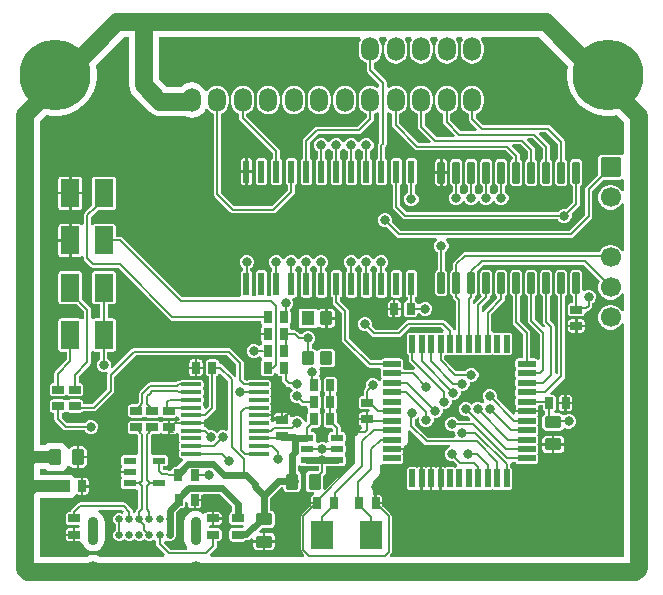
<source format=gtl>
G04*
G04 #@! TF.GenerationSoftware,Altium Limited,Altium Designer,25.5.2 (35)*
G04*
G04 Layer_Physical_Order=1*
G04 Layer_Color=255*
%FSLAX44Y44*%
%MOMM*%
G71*
G04*
G04 #@! TF.SameCoordinates,24B21415-5C40-4A56-A289-731DE7267D3C*
G04*
G04*
G04 #@! TF.FilePolarity,Positive*
G04*
G01*
G75*
%ADD10C,0.2000*%
G04:AMPARAMS|DCode=13|XSize=1.9mm|YSize=2.4mm|CornerRadius=0.0475mm|HoleSize=0mm|Usage=FLASHONLY|Rotation=0.000|XOffset=0mm|YOffset=0mm|HoleType=Round|Shape=RoundedRectangle|*
%AMROUNDEDRECTD13*
21,1,1.9000,2.3050,0,0,0.0*
21,1,1.8050,2.4000,0,0,0.0*
1,1,0.0950,0.9025,-1.1525*
1,1,0.0950,-0.9025,-1.1525*
1,1,0.0950,-0.9025,1.1525*
1,1,0.0950,0.9025,1.1525*
%
%ADD13ROUNDEDRECTD13*%
G04:AMPARAMS|DCode=14|XSize=0.72mm|YSize=0.99mm|CornerRadius=0.09mm|HoleSize=0mm|Usage=FLASHONLY|Rotation=0.000|XOffset=0mm|YOffset=0mm|HoleType=Round|Shape=RoundedRectangle|*
%AMROUNDEDRECTD14*
21,1,0.7200,0.8100,0,0,0.0*
21,1,0.5400,0.9900,0,0,0.0*
1,1,0.1800,0.2700,-0.4050*
1,1,0.1800,-0.2700,-0.4050*
1,1,0.1800,-0.2700,0.4050*
1,1,0.1800,0.2700,0.4050*
%
%ADD14ROUNDEDRECTD14*%
G04:AMPARAMS|DCode=15|XSize=1.4mm|YSize=1.05mm|CornerRadius=0.1313mm|HoleSize=0mm|Usage=FLASHONLY|Rotation=0.000|XOffset=0mm|YOffset=0mm|HoleType=Round|Shape=RoundedRectangle|*
%AMROUNDEDRECTD15*
21,1,1.4000,0.7875,0,0,0.0*
21,1,1.1375,1.0500,0,0,0.0*
1,1,0.2625,0.5688,-0.3938*
1,1,0.2625,-0.5688,-0.3938*
1,1,0.2625,-0.5688,0.3938*
1,1,0.2625,0.5688,0.3938*
%
%ADD15ROUNDEDRECTD15*%
G04:AMPARAMS|DCode=16|XSize=0.6mm|YSize=1.85mm|CornerRadius=0.075mm|HoleSize=0mm|Usage=FLASHONLY|Rotation=0.000|XOffset=0mm|YOffset=0mm|HoleType=Round|Shape=RoundedRectangle|*
%AMROUNDEDRECTD16*
21,1,0.6000,1.7000,0,0,0.0*
21,1,0.4500,1.8500,0,0,0.0*
1,1,0.1500,0.2250,-0.8500*
1,1,0.1500,-0.2250,-0.8500*
1,1,0.1500,-0.2250,0.8500*
1,1,0.1500,0.2250,0.8500*
%
%ADD16ROUNDEDRECTD16*%
G04:AMPARAMS|DCode=17|XSize=0.72mm|YSize=0.99mm|CornerRadius=0.09mm|HoleSize=0mm|Usage=FLASHONLY|Rotation=270.000|XOffset=0mm|YOffset=0mm|HoleType=Round|Shape=RoundedRectangle|*
%AMROUNDEDRECTD17*
21,1,0.7200,0.8100,0,0,270.0*
21,1,0.5400,0.9900,0,0,270.0*
1,1,0.1800,-0.4050,-0.2700*
1,1,0.1800,-0.4050,0.2700*
1,1,0.1800,0.4050,0.2700*
1,1,0.1800,0.4050,-0.2700*
%
%ADD17ROUNDEDRECTD17*%
G04:AMPARAMS|DCode=18|XSize=1.5mm|YSize=0.54mm|CornerRadius=0.0675mm|HoleSize=0mm|Usage=FLASHONLY|Rotation=180.000|XOffset=0mm|YOffset=0mm|HoleType=Round|Shape=RoundedRectangle|*
%AMROUNDEDRECTD18*
21,1,1.5000,0.4050,0,0,180.0*
21,1,1.3650,0.5400,0,0,180.0*
1,1,0.1350,-0.6825,0.2025*
1,1,0.1350,0.6825,0.2025*
1,1,0.1350,0.6825,-0.2025*
1,1,0.1350,-0.6825,-0.2025*
%
%ADD18ROUNDEDRECTD18*%
G04:AMPARAMS|DCode=19|XSize=1.15mm|YSize=1.05mm|CornerRadius=0.1313mm|HoleSize=0mm|Usage=FLASHONLY|Rotation=270.000|XOffset=0mm|YOffset=0mm|HoleType=Round|Shape=RoundedRectangle|*
%AMROUNDEDRECTD19*
21,1,1.1500,0.7875,0,0,270.0*
21,1,0.8875,1.0500,0,0,270.0*
1,1,0.2625,-0.3938,-0.4438*
1,1,0.2625,-0.3938,0.4438*
1,1,0.2625,0.3938,0.4438*
1,1,0.2625,0.3938,-0.4438*
%
%ADD19ROUNDEDRECTD19*%
G04:AMPARAMS|DCode=20|XSize=1.5mm|YSize=0.54mm|CornerRadius=0.0675mm|HoleSize=0mm|Usage=FLASHONLY|Rotation=270.000|XOffset=0mm|YOffset=0mm|HoleType=Round|Shape=RoundedRectangle|*
%AMROUNDEDRECTD20*
21,1,1.5000,0.4050,0,0,270.0*
21,1,1.3650,0.5400,0,0,270.0*
1,1,0.1350,-0.2025,-0.6825*
1,1,0.1350,-0.2025,0.6825*
1,1,0.1350,0.2025,0.6825*
1,1,0.1350,0.2025,-0.6825*
%
%ADD20ROUNDEDRECTD20*%
G04:AMPARAMS|DCode=21|XSize=1.7mm|YSize=0.35mm|CornerRadius=0.0438mm|HoleSize=0mm|Usage=FLASHONLY|Rotation=180.000|XOffset=0mm|YOffset=0mm|HoleType=Round|Shape=RoundedRectangle|*
%AMROUNDEDRECTD21*
21,1,1.7000,0.2625,0,0,180.0*
21,1,1.6125,0.3500,0,0,180.0*
1,1,0.0875,-0.8063,0.1313*
1,1,0.0875,0.8063,0.1313*
1,1,0.0875,0.8063,-0.1313*
1,1,0.0875,-0.8063,-0.1313*
%
%ADD21ROUNDEDRECTD21*%
G04:AMPARAMS|DCode=22|XSize=0.55mm|YSize=1.9mm|CornerRadius=0.0688mm|HoleSize=0mm|Usage=FLASHONLY|Rotation=0.000|XOffset=0mm|YOffset=0mm|HoleType=Round|Shape=RoundedRectangle|*
%AMROUNDEDRECTD22*
21,1,0.5500,1.7625,0,0,0.0*
21,1,0.4125,1.9000,0,0,0.0*
1,1,0.1375,0.2063,-0.8813*
1,1,0.1375,-0.2063,-0.8813*
1,1,0.1375,-0.2063,0.8813*
1,1,0.1375,0.2063,0.8813*
%
%ADD22ROUNDEDRECTD22*%
G04:AMPARAMS|DCode=23|XSize=1.05mm|YSize=0.55mm|CornerRadius=0.0688mm|HoleSize=0mm|Usage=FLASHONLY|Rotation=0.000|XOffset=0mm|YOffset=0mm|HoleType=Round|Shape=RoundedRectangle|*
%AMROUNDEDRECTD23*
21,1,1.0500,0.4125,0,0,0.0*
21,1,0.9125,0.5500,0,0,0.0*
1,1,0.1375,0.4563,-0.2063*
1,1,0.1375,-0.4563,-0.2063*
1,1,0.1375,-0.4563,0.2063*
1,1,0.1375,0.4563,0.2063*
%
%ADD23ROUNDEDRECTD23*%
G04:AMPARAMS|DCode=24|XSize=1.4mm|YSize=1.05mm|CornerRadius=0.1313mm|HoleSize=0mm|Usage=FLASHONLY|Rotation=90.000|XOffset=0mm|YOffset=0mm|HoleType=Round|Shape=RoundedRectangle|*
%AMROUNDEDRECTD24*
21,1,1.4000,0.7875,0,0,90.0*
21,1,1.1375,1.0500,0,0,90.0*
1,1,0.2625,0.3938,0.5688*
1,1,0.2625,0.3938,-0.5688*
1,1,0.2625,-0.3938,-0.5688*
1,1,0.2625,-0.3938,0.5688*
%
%ADD24ROUNDEDRECTD24*%
%ADD25R,1.0500X1.1500*%
G04:AMPARAMS|DCode=26|XSize=1.6mm|YSize=2.4mm|CornerRadius=0.05mm|HoleSize=0mm|Usage=FLASHONLY|Rotation=0.000|XOffset=0mm|YOffset=0mm|HoleType=Round|Shape=RoundedRectangle|*
%AMROUNDEDRECTD26*
21,1,1.6000,2.3000,0,0,0.0*
21,1,1.5000,2.4000,0,0,0.0*
1,1,0.1000,0.7500,-1.1500*
1,1,0.1000,-0.7500,-1.1500*
1,1,0.1000,-0.7500,1.1500*
1,1,0.1000,0.7500,1.1500*
%
%ADD26ROUNDEDRECTD26*%
%ADD50C,1.5000*%
%ADD51C,0.6000*%
%ADD52C,1.0000*%
%ADD53C,6.0000*%
%ADD54O,1.5000X2.0000*%
G04:AMPARAMS|DCode=55|XSize=0.9mm|YSize=1.7mm|CornerRadius=0.45mm|HoleSize=0mm|Usage=FLASHONLY|Rotation=0.000|XOffset=0mm|YOffset=0mm|HoleType=Round|Shape=RoundedRectangle|*
%AMROUNDEDRECTD55*
21,1,0.9000,0.8000,0,0,0.0*
21,1,0.0000,1.7000,0,0,0.0*
1,1,0.9000,0.0000,-0.4000*
1,1,0.9000,0.0000,-0.4000*
1,1,0.9000,0.0000,0.4000*
1,1,0.9000,0.0000,0.4000*
%
%ADD55ROUNDEDRECTD55*%
G04:AMPARAMS|DCode=56|XSize=0.9mm|YSize=2.4mm|CornerRadius=0.45mm|HoleSize=0mm|Usage=FLASHONLY|Rotation=0.000|XOffset=0mm|YOffset=0mm|HoleType=Round|Shape=RoundedRectangle|*
%AMROUNDEDRECTD56*
21,1,0.9000,1.5000,0,0,0.0*
21,1,0.0000,2.4000,0,0,0.0*
1,1,0.9000,0.0000,-0.7500*
1,1,0.9000,0.0000,-0.7500*
1,1,0.9000,0.0000,0.7500*
1,1,0.9000,0.0000,0.7500*
%
%ADD56ROUNDEDRECTD56*%
%ADD57C,0.6500*%
%ADD58C,1.7000*%
G04:AMPARAMS|DCode=59|XSize=1.7mm|YSize=1.7mm|CornerRadius=0.05mm|HoleSize=0mm|Usage=FLASHONLY|Rotation=270.000|XOffset=0mm|YOffset=0mm|HoleType=Round|Shape=RoundedRectangle|*
%AMROUNDEDRECTD59*
21,1,1.7000,1.6000,0,0,270.0*
21,1,1.6000,1.7000,0,0,270.0*
1,1,0.1000,-0.8000,-0.8000*
1,1,0.1000,-0.8000,0.8000*
1,1,0.1000,0.8000,0.8000*
1,1,0.1000,0.8000,-0.8000*
%
%ADD59ROUNDEDRECTD59*%
%ADD60C,0.8000*%
G36*
X407070Y107766D02*
X406321Y103035D01*
Y97526D01*
X407183Y92084D01*
X408885Y86845D01*
X411386Y81936D01*
X414624Y77479D01*
X418520Y73583D01*
X422977Y70345D01*
X427886Y67844D01*
X433125Y66142D01*
X438567Y65280D01*
X444076D01*
X448806Y66029D01*
X454484Y60352D01*
Y33118D01*
X454313Y32968D01*
X452484Y32232D01*
X452225Y32405D01*
X451250Y32599D01*
X435250D01*
X434274Y32405D01*
X433448Y31852D01*
X432895Y31025D01*
X432701Y30050D01*
Y15827D01*
X422457Y5583D01*
X421794Y4591D01*
X421561Y3420D01*
X421561Y3420D01*
Y-18363D01*
X408233Y-31691D01*
X265267D01*
X258109Y-24533D01*
X258250Y-24193D01*
Y-21806D01*
X257337Y-19601D01*
X255649Y-17914D01*
X253444Y-17000D01*
X251056D01*
X248851Y-17914D01*
X247163Y-19601D01*
X246250Y-21806D01*
Y-24193D01*
X247163Y-26399D01*
X248851Y-28087D01*
X251056Y-29000D01*
X253444D01*
X253783Y-28859D01*
X261837Y-36913D01*
X261837Y-36913D01*
X262829Y-37576D01*
X264000Y-37809D01*
X295563D01*
X295660Y-37964D01*
X296176Y-39809D01*
X294883Y-41101D01*
X293970Y-43306D01*
Y-45693D01*
X294883Y-47899D01*
X296571Y-49587D01*
X296911Y-49727D01*
Y-64867D01*
X296647Y-64920D01*
X295737Y-65527D01*
X295130Y-66437D01*
X294916Y-67510D01*
Y-84510D01*
X295130Y-85583D01*
X295737Y-86493D01*
X296647Y-87100D01*
X297720Y-87314D01*
X302220D01*
X303293Y-87100D01*
X304203Y-86493D01*
X304810Y-85583D01*
X305024Y-84510D01*
Y-67510D01*
X304810Y-66437D01*
X304203Y-65527D01*
X303293Y-64920D01*
X303029Y-64867D01*
Y-49727D01*
X303369Y-49587D01*
X305057Y-47899D01*
X305970Y-45693D01*
Y-43306D01*
X305057Y-41101D01*
X303764Y-39809D01*
X304280Y-37964D01*
X304377Y-37809D01*
X409500D01*
X409500Y-37809D01*
X410671Y-37576D01*
X411663Y-36913D01*
X426783Y-21793D01*
X426783Y-21793D01*
X427446Y-20800D01*
X427679Y-19630D01*
Y2153D01*
X437027Y11501D01*
X451250D01*
X452225Y11695D01*
X452484Y11868D01*
X454313Y11132D01*
X454484Y10982D01*
Y2193D01*
X452484Y1657D01*
X451652Y3097D01*
X449697Y5052D01*
X447303Y6434D01*
X444632Y7150D01*
X441868D01*
X439197Y6434D01*
X436803Y5052D01*
X434848Y3097D01*
X433465Y703D01*
X432750Y-1968D01*
Y-4732D01*
X433465Y-7403D01*
X434848Y-9797D01*
X436803Y-11752D01*
X439197Y-13134D01*
X441868Y-13850D01*
X444632D01*
X447303Y-13134D01*
X449697Y-11752D01*
X451652Y-9797D01*
X452484Y-8357D01*
X454484Y-8893D01*
Y-20000D01*
Y-45000D01*
Y-48608D01*
X452484Y-49143D01*
X451652Y-47703D01*
X449697Y-45748D01*
X447303Y-44366D01*
X444632Y-43650D01*
X441867D01*
X439197Y-44366D01*
X436803Y-45748D01*
X434848Y-47703D01*
X433465Y-50097D01*
X433440Y-50191D01*
X319500D01*
X319500Y-50191D01*
X318330Y-50424D01*
X317337Y-51087D01*
X317337Y-51087D01*
X310507Y-57917D01*
X309844Y-58910D01*
X309611Y-60080D01*
X309611Y-60080D01*
Y-64867D01*
X309347Y-64920D01*
X308437Y-65527D01*
X307830Y-66437D01*
X307616Y-67510D01*
Y-84510D01*
X307830Y-85583D01*
X308437Y-86493D01*
X309347Y-87100D01*
X309611Y-87670D01*
X309844Y-88841D01*
X310507Y-89833D01*
X312155Y-91481D01*
Y-115902D01*
X310155Y-116099D01*
X310040Y-115519D01*
X309377Y-114527D01*
X309377Y-114527D01*
X303187Y-108337D01*
X302195Y-107674D01*
X301024Y-107441D01*
X301024Y-107441D01*
X272062D01*
X272062Y-107441D01*
X270891Y-107674D01*
X269899Y-108337D01*
X269899Y-108337D01*
X262545Y-115691D01*
X244517D01*
X241109Y-112283D01*
X241250Y-111944D01*
Y-109557D01*
X240337Y-107351D01*
X238649Y-105663D01*
X236444Y-104750D01*
X234056D01*
X231851Y-105663D01*
X230163Y-107351D01*
X229250Y-109557D01*
Y-111944D01*
X230163Y-114149D01*
X231851Y-115836D01*
X234056Y-116750D01*
X236444D01*
X236783Y-116609D01*
X241087Y-120913D01*
X242080Y-121576D01*
X243250Y-121809D01*
X263812D01*
X263812Y-121809D01*
X264982Y-121576D01*
X265975Y-120913D01*
X273329Y-113559D01*
X299757D01*
X302357Y-116159D01*
X301372Y-118002D01*
X301239Y-117976D01*
X297189D01*
X296145Y-118183D01*
X295214Y-118746D01*
X294283Y-118183D01*
X293239Y-117976D01*
X289189D01*
X288145Y-118183D01*
X287214Y-118746D01*
X286283Y-118183D01*
X285239Y-117976D01*
X281189D01*
X280145Y-118183D01*
X279214Y-118746D01*
X278283Y-118183D01*
X277239Y-117976D01*
X273189D01*
X272145Y-118183D01*
X271261Y-118774D01*
X270669Y-119659D01*
X270462Y-120703D01*
Y-134353D01*
X270669Y-135397D01*
X271261Y-136281D01*
X272145Y-136873D01*
X272155Y-136875D01*
Y-140844D01*
X272155Y-140844D01*
X272388Y-142015D01*
X273051Y-143007D01*
X277319Y-147275D01*
X277253Y-147676D01*
X275879Y-149430D01*
X275879Y-149430D01*
X268739D01*
X267621Y-147693D01*
X267592Y-147430D01*
X267766Y-146553D01*
Y-142503D01*
X267559Y-141459D01*
X266968Y-140574D01*
X266083Y-139983D01*
X265039Y-139775D01*
X251389D01*
X250345Y-139983D01*
X249461Y-140574D01*
X248869Y-141459D01*
X248867Y-141469D01*
X240545D01*
X221749Y-122673D01*
Y-99940D01*
X221516Y-98770D01*
X220853Y-97777D01*
X214129Y-91053D01*
Y-88115D01*
X214181Y-88104D01*
X215070Y-87510D01*
X215664Y-86621D01*
X215873Y-85573D01*
Y-67948D01*
X215664Y-66899D01*
X215070Y-66010D01*
X214181Y-65416D01*
X213132Y-65207D01*
X209007D01*
X207959Y-65416D01*
X207070Y-66010D01*
X206476Y-66899D01*
X206267Y-67948D01*
Y-85573D01*
X206476Y-86621D01*
X207070Y-87510D01*
X207959Y-88104D01*
X208011Y-88115D01*
Y-92320D01*
X208011Y-92320D01*
X208244Y-93490D01*
X208907Y-94483D01*
X215631Y-101207D01*
Y-123940D01*
X215631Y-123940D01*
X215864Y-125111D01*
X216527Y-126103D01*
X237115Y-146691D01*
X237115Y-146691D01*
X238107Y-147354D01*
X239278Y-147587D01*
X247715D01*
X248841Y-149413D01*
X248844Y-149587D01*
X248662Y-150503D01*
Y-154553D01*
X248869Y-155597D01*
X249375Y-156353D01*
X249090Y-157129D01*
X248869Y-157459D01*
X248752Y-158048D01*
X248698Y-158195D01*
X247668Y-158589D01*
X246662Y-158676D01*
X245149Y-157163D01*
X242943Y-156250D01*
X240557D01*
X238351Y-157163D01*
X236663Y-158851D01*
X235750Y-161056D01*
Y-163444D01*
X236184Y-164490D01*
X235137Y-165537D01*
X234474Y-166529D01*
X234241Y-167700D01*
X234241Y-167700D01*
Y-171693D01*
X232950D01*
X231819Y-171918D01*
X230859Y-172559D01*
X230218Y-173519D01*
X229993Y-174650D01*
Y-180050D01*
X230218Y-181182D01*
X230859Y-182141D01*
X231819Y-182782D01*
X232950Y-183007D01*
X238821D01*
X239146Y-183493D01*
X238077Y-185493D01*
X238000D01*
Y-191150D01*
X237000D01*
Y-192150D01*
X229993D01*
Y-193850D01*
X230218Y-194981D01*
X230859Y-195941D01*
X231819Y-196582D01*
X232078Y-196633D01*
X232825Y-198716D01*
X227145Y-204395D01*
X226040Y-206049D01*
X225652Y-208000D01*
Y-227388D01*
X201544Y-251497D01*
X199701Y-250511D01*
X199815Y-249937D01*
Y-239342D01*
X201163Y-237994D01*
X201163Y-237994D01*
X201826Y-237001D01*
X202059Y-235831D01*
Y-231227D01*
X202371Y-231098D01*
X211500D01*
X212985Y-230803D01*
X216063D01*
X217111Y-230594D01*
X218000Y-230000D01*
X218594Y-229111D01*
X218803Y-228062D01*
Y-223938D01*
X218594Y-222889D01*
X218000Y-222000D01*
Y-220500D01*
X218594Y-219611D01*
X218803Y-218563D01*
Y-214438D01*
X218594Y-213389D01*
X218000Y-212500D01*
X218000Y-211000D01*
X218594Y-210111D01*
X218803Y-209062D01*
Y-204938D01*
X218594Y-203889D01*
X218000Y-203000D01*
X217111Y-202406D01*
X216063Y-202197D01*
X214559D01*
Y-198450D01*
X214559Y-198450D01*
X214326Y-197279D01*
X213663Y-196287D01*
X211557Y-194181D01*
Y-187450D01*
X211332Y-186318D01*
X210693Y-185362D01*
X210691Y-185359D01*
Y-183141D01*
X210693Y-183138D01*
X211332Y-182181D01*
X211557Y-181050D01*
Y-172950D01*
X211332Y-171819D01*
X210691Y-170859D01*
X210536Y-170756D01*
Y-168494D01*
X210691Y-168391D01*
X211332Y-167432D01*
X211557Y-166300D01*
Y-158200D01*
X211332Y-157069D01*
X210691Y-156109D01*
X209732Y-155468D01*
X208600Y-155243D01*
X203200D01*
X202069Y-155468D01*
X201109Y-156109D01*
X200468Y-157069D01*
X200243Y-158200D01*
Y-166300D01*
X200468Y-167432D01*
X201109Y-168391D01*
X201264Y-168494D01*
Y-170756D01*
X201109Y-170859D01*
X200468Y-171819D01*
X200243Y-172950D01*
Y-181050D01*
X200468Y-182181D01*
X201108Y-183138D01*
X201109Y-183141D01*
Y-185359D01*
X201108Y-185362D01*
X200468Y-186318D01*
X200243Y-187450D01*
Y-195550D01*
X200468Y-196681D01*
X201109Y-197641D01*
X202069Y-198282D01*
X203200Y-198507D01*
X207231D01*
X208441Y-199717D01*
Y-202197D01*
X206938D01*
X205889Y-202406D01*
X205000Y-203000D01*
X204406Y-203889D01*
X204197Y-204938D01*
Y-209062D01*
X204406Y-210111D01*
X204059Y-210692D01*
X202399Y-211413D01*
X200194Y-210500D01*
X197806D01*
X195601Y-211413D01*
X193941Y-210692D01*
X193594Y-210111D01*
X193803Y-209062D01*
Y-204937D01*
X193594Y-203889D01*
X193000Y-203000D01*
X192111Y-202406D01*
X191063Y-202197D01*
X189559D01*
Y-199717D01*
X190769Y-198507D01*
X194800D01*
X195931Y-198282D01*
X196891Y-197641D01*
X197532Y-196681D01*
X197757Y-195550D01*
Y-187450D01*
X197532Y-186318D01*
X196959Y-185461D01*
X196892Y-185352D01*
X196891Y-184250D01*
X196892Y-183148D01*
X196959Y-183039D01*
X197532Y-182181D01*
X197757Y-181050D01*
Y-172950D01*
X197532Y-171819D01*
X196891Y-170859D01*
X196736Y-170756D01*
Y-168494D01*
X196891Y-168391D01*
X197532Y-167432D01*
X197757Y-166300D01*
Y-158200D01*
X197532Y-157069D01*
X196891Y-156109D01*
X196019Y-155108D01*
X196393Y-153554D01*
X196750Y-152694D01*
Y-150307D01*
X196068Y-148660D01*
X196851Y-147616D01*
X197440Y-147092D01*
X198563Y-147315D01*
X206437D01*
X207730Y-147058D01*
X208826Y-146326D01*
X209558Y-145230D01*
X209815Y-143938D01*
Y-135063D01*
X209558Y-133770D01*
X208826Y-132674D01*
X207730Y-131942D01*
X206437Y-131685D01*
X198563D01*
X197270Y-131942D01*
X196174Y-132674D01*
X195861Y-133143D01*
X195715Y-133194D01*
X193785D01*
X193639Y-133143D01*
X193326Y-132674D01*
X192230Y-131942D01*
X190938Y-131685D01*
X190059D01*
Y-127977D01*
X190399Y-127837D01*
X192087Y-126149D01*
X193000Y-123943D01*
Y-121557D01*
X192087Y-119351D01*
X190399Y-117663D01*
X188193Y-116750D01*
X185807D01*
X183601Y-117663D01*
X181914Y-119351D01*
X179925Y-119145D01*
X177866Y-117087D01*
X176874Y-116424D01*
X175704Y-116191D01*
X175704Y-116191D01*
X172307D01*
Y-115200D01*
X172082Y-114068D01*
X171446Y-113117D01*
X171441Y-113108D01*
X171453Y-110891D01*
X172093Y-109931D01*
X172318Y-108800D01*
Y-100700D01*
X172093Y-99569D01*
X171511Y-98535D01*
X172654Y-97081D01*
X173086Y-96649D01*
X174000Y-94444D01*
Y-92057D01*
X173278Y-90313D01*
X174161Y-88313D01*
X175033D01*
X176081Y-88104D01*
X176970Y-87510D01*
X177564Y-86621D01*
X177773Y-85573D01*
Y-67948D01*
X177564Y-66899D01*
X176970Y-66010D01*
X176329Y-65581D01*
X176370Y-64100D01*
X176507Y-63478D01*
X178087Y-61899D01*
X178168Y-61703D01*
X180332D01*
X180413Y-61899D01*
X182101Y-63587D01*
X182186Y-63622D01*
X182268Y-65610D01*
X181670Y-66010D01*
X181076Y-66899D01*
X180867Y-67948D01*
Y-85573D01*
X181076Y-86621D01*
X181670Y-87510D01*
X182559Y-88104D01*
X183608Y-88313D01*
X187733D01*
X188781Y-88104D01*
X189670Y-87510D01*
X190264Y-86621D01*
X190473Y-85573D01*
Y-67948D01*
X190264Y-66899D01*
X189670Y-66010D01*
X188984Y-65551D01*
X188944Y-64228D01*
X189054Y-63431D01*
X190587Y-61899D01*
X190668Y-61703D01*
X192832D01*
X192913Y-61899D01*
X194601Y-63587D01*
X194827Y-63680D01*
X194906Y-65652D01*
X194370Y-66010D01*
X193776Y-66899D01*
X193567Y-67948D01*
Y-85573D01*
X193776Y-86621D01*
X194370Y-87510D01*
X195259Y-88104D01*
X196308Y-88313D01*
X200432D01*
X201481Y-88104D01*
X202370Y-87510D01*
X202964Y-86621D01*
X203173Y-85573D01*
Y-67948D01*
X202964Y-66899D01*
X202370Y-66010D01*
X201607Y-65500D01*
X201524Y-64396D01*
X201564Y-63421D01*
X203087Y-61899D01*
X204000Y-59693D01*
Y-57306D01*
X203087Y-55101D01*
X201399Y-53414D01*
X199193Y-52500D01*
X196807D01*
X194601Y-53414D01*
X192913Y-55101D01*
X192832Y-55297D01*
X190668D01*
X190587Y-55101D01*
X188899Y-53414D01*
X186693Y-52500D01*
X184307D01*
X182101Y-53414D01*
X180413Y-55101D01*
X180332Y-55297D01*
X178168D01*
X178087Y-55101D01*
X176399Y-53414D01*
X174193Y-52500D01*
X171807D01*
X169601Y-53414D01*
X167913Y-55101D01*
X167582Y-55901D01*
X165418D01*
X165087Y-55101D01*
X163399Y-53414D01*
X161194Y-52500D01*
X158806D01*
X156601Y-53414D01*
X154914Y-55101D01*
X154000Y-57306D01*
Y-59693D01*
X154914Y-61899D01*
X156601Y-63587D01*
X156756Y-63651D01*
X156837Y-65631D01*
X156270Y-66010D01*
X155676Y-66899D01*
X155467Y-67948D01*
Y-85573D01*
X155590Y-86191D01*
X155102Y-87090D01*
X153920Y-87391D01*
X152738Y-87090D01*
X152250Y-86191D01*
X152373Y-85573D01*
Y-67948D01*
X152164Y-66899D01*
X151570Y-66010D01*
X150681Y-65416D01*
X149633Y-65207D01*
X145507D01*
X144459Y-65416D01*
X143570Y-66010D01*
X142976Y-66899D01*
X142767Y-67948D01*
Y-85573D01*
X142891Y-86191D01*
X142402Y-87090D01*
X141220Y-87391D01*
X140038Y-87090D01*
X139550Y-86191D01*
X139673Y-85573D01*
Y-67948D01*
X139464Y-66899D01*
X138870Y-66010D01*
X138119Y-65508D01*
Y-63556D01*
X138649Y-63337D01*
X140337Y-61649D01*
X141250Y-59443D01*
Y-57056D01*
X140337Y-54851D01*
X138649Y-53163D01*
X136444Y-52250D01*
X134057D01*
X131851Y-53163D01*
X130163Y-54851D01*
X129250Y-57056D01*
Y-59443D01*
X130163Y-61649D01*
X131851Y-63337D01*
X132001Y-63399D01*
Y-65368D01*
X131759Y-65416D01*
X130870Y-66010D01*
X130276Y-66899D01*
X130067Y-67948D01*
Y-85573D01*
X130190Y-86191D01*
X129414Y-87619D01*
X128920Y-88191D01*
X80517D01*
X30163Y-37837D01*
X29171Y-37174D01*
X28000Y-36941D01*
X28000Y-36941D01*
X24299D01*
Y-28500D01*
X24105Y-27525D01*
X23552Y-26698D01*
X22725Y-26145D01*
X21750Y-25951D01*
X6750D01*
X5775Y-26145D01*
X5059Y-26623D01*
X4451Y-26494D01*
X3059Y-25925D01*
Y-19864D01*
X8874Y-14049D01*
X21750D01*
X22725Y-13855D01*
X23552Y-13302D01*
X24105Y-12475D01*
X24299Y-11500D01*
Y11500D01*
X24105Y12475D01*
X23552Y13302D01*
X22725Y13855D01*
X21750Y14049D01*
X6750D01*
X5775Y13855D01*
X4948Y13302D01*
X4395Y12475D01*
X4201Y11500D01*
Y-6951D01*
X4191Y-7000D01*
X4191Y-7000D01*
Y-10080D01*
X-2163Y-16434D01*
X-2826Y-17426D01*
X-3059Y-18597D01*
X-3059Y-18597D01*
Y-25925D01*
X-4451Y-26494D01*
X-5059Y-26623D01*
X-5775Y-26145D01*
X-6750Y-25951D01*
X-13250D01*
Y-40000D01*
Y-54049D01*
X-6750D01*
X-5775Y-53855D01*
X-5059Y-53377D01*
X-4451Y-53506D01*
X-3059Y-54075D01*
Y-54982D01*
X-3059Y-54982D01*
X-2826Y-56153D01*
X-2163Y-57145D01*
X2855Y-62163D01*
X2855Y-62163D01*
X3847Y-62826D01*
X5018Y-63059D01*
X26233D01*
X70087Y-106913D01*
X70087Y-106913D01*
X71079Y-107576D01*
X72250Y-107809D01*
X147205D01*
Y-108800D01*
X147430Y-109931D01*
X148066Y-110883D01*
X148071Y-110892D01*
X148059Y-113109D01*
X147418Y-114068D01*
X147193Y-115200D01*
Y-118250D01*
X152850D01*
Y-120250D01*
X147193D01*
Y-123300D01*
X147418Y-124431D01*
X148057Y-125388D01*
X148059Y-125391D01*
Y-127609D01*
X148057Y-127612D01*
X147418Y-128568D01*
X147371Y-128807D01*
X145307Y-129533D01*
X145264Y-129529D01*
X144399Y-128663D01*
X142193Y-127750D01*
X139806D01*
X137601Y-128663D01*
X135913Y-130351D01*
X135000Y-132556D01*
Y-134944D01*
X135913Y-137149D01*
X137601Y-138837D01*
X139806Y-139750D01*
X142193D01*
X144399Y-138837D01*
X145264Y-137971D01*
X145307Y-137967D01*
X147371Y-138693D01*
X147418Y-138932D01*
X148059Y-139891D01*
Y-141609D01*
X147418Y-142568D01*
X147193Y-143700D01*
Y-151800D01*
X147418Y-152931D01*
X148059Y-153891D01*
X149018Y-154532D01*
X150150Y-154757D01*
X155550D01*
X156681Y-154532D01*
X157641Y-153891D01*
X158282Y-152931D01*
X158373Y-152472D01*
X159066Y-152016D01*
X161068Y-152772D01*
X161218Y-152931D01*
X161859Y-153891D01*
X162819Y-154532D01*
X163950Y-154757D01*
X164941D01*
Y-158078D01*
X164941Y-158078D01*
X165174Y-159249D01*
X165837Y-160241D01*
X168587Y-162991D01*
X168587Y-162991D01*
X169579Y-163654D01*
X170750Y-163887D01*
X172141D01*
X172663Y-165149D01*
X173083Y-165568D01*
X174315Y-166875D01*
X173083Y-168182D01*
X172663Y-168601D01*
X171750Y-170807D01*
Y-173193D01*
X172663Y-175399D01*
X174351Y-177087D01*
X176556Y-178000D01*
X178944D01*
X179283Y-177859D01*
X180587Y-179163D01*
X180587Y-179163D01*
X181579Y-179826D01*
X182750Y-180059D01*
X182750Y-180059D01*
X186443D01*
Y-181050D01*
X186668Y-182181D01*
X187241Y-183039D01*
X187308Y-183148D01*
X187309Y-184250D01*
X187308Y-185352D01*
X187241Y-185461D01*
X186668Y-186318D01*
X186443Y-187450D01*
Y-193031D01*
X185725Y-193549D01*
X185189Y-193484D01*
X183476Y-192705D01*
X182812Y-191101D01*
X181124Y-189413D01*
X178919Y-188500D01*
X176532D01*
X174327Y-189413D01*
X174007Y-189733D01*
X172561Y-189312D01*
X171966Y-188946D01*
X171782Y-188018D01*
X171141Y-187059D01*
X170182Y-186418D01*
X169050Y-186193D01*
X166000D01*
Y-191850D01*
X165000D01*
Y-192850D01*
X157993D01*
Y-193475D01*
X157642Y-193662D01*
X156920Y-193472D01*
X155520Y-192525D01*
X155452Y-192185D01*
X154914Y-191018D01*
X155453Y-190212D01*
X155642Y-189261D01*
Y-188948D01*
X145094D01*
Y-186948D01*
X155642D01*
Y-186635D01*
X155453Y-185684D01*
X154914Y-184518D01*
X155452Y-183712D01*
X155642Y-182761D01*
Y-180135D01*
X155452Y-179184D01*
X154914Y-178378D01*
Y-178018D01*
X155452Y-177212D01*
X155642Y-176261D01*
Y-173636D01*
X155452Y-172684D01*
X154914Y-171878D01*
Y-171518D01*
X155452Y-170712D01*
X155642Y-169760D01*
Y-167136D01*
X155452Y-166185D01*
X154914Y-165378D01*
Y-165018D01*
X155452Y-164212D01*
X155642Y-163260D01*
Y-160636D01*
X155452Y-159684D01*
X154914Y-158878D01*
X154108Y-158340D01*
X153156Y-158150D01*
X137031D01*
X136080Y-158340D01*
X135274Y-158878D01*
X133546Y-158070D01*
X132419Y-156944D01*
Y-143611D01*
X132419Y-143610D01*
X132186Y-142440D01*
X131523Y-141448D01*
X131523Y-141448D01*
X122163Y-132087D01*
X121171Y-131424D01*
X120000Y-131191D01*
X120000Y-131191D01*
X39750D01*
X38579Y-131424D01*
X37587Y-132087D01*
X37587Y-132087D01*
X21350Y-148324D01*
X19655Y-147191D01*
X20010Y-146334D01*
Y-143947D01*
X19097Y-141741D01*
X17409Y-140053D01*
X17069Y-139913D01*
Y-134049D01*
X21750D01*
X22725Y-133855D01*
X23552Y-133302D01*
X24105Y-132476D01*
X24299Y-131500D01*
Y-108500D01*
X24105Y-107525D01*
X23552Y-106698D01*
X22725Y-106145D01*
X21750Y-105951D01*
X17309D01*
Y-94049D01*
X21750D01*
X22725Y-93855D01*
X23552Y-93302D01*
X24105Y-92476D01*
X24299Y-91500D01*
Y-68500D01*
X24105Y-67525D01*
X23552Y-66698D01*
X22725Y-66145D01*
X21750Y-65951D01*
X6750D01*
X5775Y-66145D01*
X4948Y-66698D01*
X4395Y-67525D01*
X4201Y-68500D01*
Y-91500D01*
X4395Y-92476D01*
X4948Y-93302D01*
X5775Y-93855D01*
X6750Y-94049D01*
X11191D01*
Y-105951D01*
X6750D01*
X5775Y-106145D01*
X5309Y-106456D01*
X3992Y-106040D01*
X3309Y-105570D01*
Y-98500D01*
X3309Y-98500D01*
X3076Y-97330D01*
X2413Y-96337D01*
X-4201Y-89723D01*
Y-68500D01*
X-4395Y-67525D01*
X-4948Y-66698D01*
X-5775Y-66145D01*
X-6750Y-65951D01*
X-21750D01*
X-22725Y-66145D01*
X-23552Y-66698D01*
X-24105Y-67525D01*
X-24299Y-68500D01*
Y-91500D01*
X-24105Y-92476D01*
X-23552Y-93302D01*
X-22725Y-93855D01*
X-21750Y-94049D01*
X-8527D01*
X-2809Y-99767D01*
Y-106299D01*
X-4809Y-106905D01*
X-4948Y-106698D01*
X-5775Y-106145D01*
X-6750Y-105951D01*
X-21750D01*
X-22725Y-106145D01*
X-23552Y-106698D01*
X-24105Y-107525D01*
X-24299Y-108500D01*
Y-131500D01*
X-24105Y-132476D01*
X-23552Y-133302D01*
X-22725Y-133855D01*
X-21750Y-134049D01*
X-17309D01*
Y-140983D01*
X-26913Y-150587D01*
X-27576Y-151580D01*
X-27809Y-152750D01*
X-27809Y-152750D01*
Y-160693D01*
X-28800D01*
X-29931Y-160918D01*
X-30891Y-161559D01*
X-31532Y-162519D01*
X-31757Y-163650D01*
Y-169050D01*
X-31532Y-170182D01*
X-30891Y-171141D01*
X-29931Y-171782D01*
X-28800Y-172007D01*
X-20700D01*
X-19569Y-171782D01*
X-18711Y-171209D01*
X-18602Y-171142D01*
X-17500Y-171141D01*
X-16398Y-171142D01*
X-16289Y-171209D01*
X-15431Y-171782D01*
X-14300Y-172007D01*
X-6200D01*
X-5069Y-171782D01*
X-4109Y-171141D01*
X-3468Y-170182D01*
X-3243Y-169050D01*
Y-163650D01*
X-3468Y-162519D01*
X-4109Y-161559D01*
X-5069Y-160918D01*
X-6200Y-160693D01*
X-7191D01*
Y-154767D01*
X2413Y-145163D01*
X3076Y-144171D01*
X3309Y-143000D01*
Y-134430D01*
X3992Y-133960D01*
X5309Y-133544D01*
X5775Y-133855D01*
X6750Y-134049D01*
X10951D01*
Y-139913D01*
X10611Y-140053D01*
X8924Y-141741D01*
X8010Y-143947D01*
Y-146334D01*
X8924Y-148539D01*
X10611Y-150226D01*
X12817Y-151140D01*
X15203D01*
X16163Y-150743D01*
X17489Y-152358D01*
X17174Y-152830D01*
X16941Y-154000D01*
X16941Y-154000D01*
Y-165864D01*
X4364Y-178441D01*
X-3243D01*
Y-177450D01*
X-3468Y-176318D01*
X-4109Y-175359D01*
X-5069Y-174718D01*
X-6200Y-174493D01*
X-14300D01*
X-15431Y-174718D01*
X-16289Y-175291D01*
X-16398Y-175358D01*
X-17500Y-175359D01*
X-18602Y-175358D01*
X-18711Y-175291D01*
X-19569Y-174718D01*
X-20700Y-174493D01*
X-28800D01*
X-29931Y-174718D01*
X-30891Y-175359D01*
X-31532Y-176318D01*
X-31757Y-177450D01*
Y-182850D01*
X-31532Y-183981D01*
X-30891Y-184941D01*
X-29931Y-185582D01*
X-28800Y-185807D01*
X-27809D01*
Y-191250D01*
X-27809Y-191250D01*
X-27576Y-192421D01*
X-26913Y-193413D01*
X-20413Y-199913D01*
X-20413Y-199913D01*
X-19421Y-200576D01*
X-18250Y-200809D01*
X-2227D01*
X-2087Y-201149D01*
X-399Y-202837D01*
X1806Y-203750D01*
X4193D01*
X6399Y-202837D01*
X8087Y-201149D01*
X9000Y-198944D01*
Y-196556D01*
X8087Y-194351D01*
X6399Y-192663D01*
X4193Y-191750D01*
X1806D01*
X-399Y-192663D01*
X-2087Y-194351D01*
X-2227Y-194691D01*
X-16983D01*
X-21691Y-189983D01*
Y-185807D01*
X-20700D01*
X-19569Y-185582D01*
X-18711Y-185009D01*
X-18602Y-184942D01*
X-17500Y-184941D01*
X-16398Y-184942D01*
X-16289Y-185009D01*
X-15431Y-185582D01*
X-14300Y-185807D01*
X-6200D01*
X-5069Y-185582D01*
X-4109Y-184941D01*
X-3854Y-184559D01*
X5630D01*
X5631Y-184559D01*
X6801Y-184326D01*
X7793Y-183663D01*
X22163Y-169293D01*
X22826Y-168301D01*
X23059Y-167131D01*
Y-155267D01*
X41017Y-137309D01*
X118733D01*
X126302Y-144878D01*
Y-154564D01*
X124775Y-155189D01*
X124302Y-155226D01*
X114663Y-145587D01*
X113671Y-144924D01*
X112500Y-144691D01*
X111451Y-143170D01*
X111332Y-142569D01*
X110691Y-141609D01*
X109732Y-140968D01*
X108600Y-140743D01*
X103200D01*
X102069Y-140968D01*
X101109Y-141609D01*
X100468Y-142569D01*
X100243Y-143700D01*
Y-151800D01*
X100468Y-152931D01*
X101109Y-153891D01*
X102069Y-154532D01*
X102841Y-154685D01*
Y-180375D01*
X100642Y-182575D01*
X98642Y-181746D01*
Y-180135D01*
X98453Y-179184D01*
X97914Y-178378D01*
Y-178018D01*
X98453Y-177212D01*
X98642Y-176261D01*
Y-173636D01*
X98453Y-172684D01*
X97997Y-171698D01*
X98453Y-170712D01*
X98642Y-169760D01*
Y-167136D01*
X98453Y-166185D01*
X97997Y-165198D01*
X98453Y-164212D01*
X98642Y-163260D01*
Y-160636D01*
X98453Y-159684D01*
X97914Y-158878D01*
X97108Y-158340D01*
X96157Y-158150D01*
X80031D01*
X79081Y-158340D01*
X78274Y-158878D01*
X78267Y-158889D01*
X77685D01*
X76514Y-159122D01*
X75522Y-159785D01*
X75116Y-160191D01*
X53593D01*
X53593Y-160191D01*
X52423Y-160424D01*
X51430Y-161087D01*
X44597Y-167920D01*
X43934Y-168913D01*
X43701Y-170083D01*
X43701Y-170083D01*
Y-176723D01*
X42837Y-177587D01*
X42174Y-178580D01*
X42151Y-178693D01*
X37700D01*
X36569Y-178918D01*
X35609Y-179559D01*
X34968Y-180518D01*
X34743Y-181650D01*
Y-187050D01*
X34968Y-188181D01*
X35609Y-189141D01*
X36569Y-189782D01*
X37700Y-190007D01*
X45800D01*
X46932Y-189782D01*
X47070Y-189689D01*
X48500Y-189305D01*
X49930Y-189689D01*
X50068Y-189782D01*
X51200Y-190007D01*
X59300D01*
X60431Y-189782D01*
X61391Y-189141D01*
X63109D01*
X64068Y-189782D01*
X65200Y-190007D01*
X73300D01*
X74432Y-189782D01*
X75391Y-189141D01*
X75546Y-188908D01*
X77055Y-189174D01*
X77585Y-189457D01*
X77735Y-190212D01*
X78274Y-191378D01*
X77736Y-192185D01*
X77569Y-193020D01*
X77260Y-193201D01*
X75546Y-193592D01*
X75391Y-193359D01*
X74432Y-192718D01*
X73300Y-192493D01*
X70250D01*
Y-198150D01*
Y-203807D01*
X73300D01*
X74432Y-203582D01*
X75258Y-203029D01*
X76989Y-203347D01*
X77314Y-203429D01*
X77903Y-204821D01*
X77736Y-205184D01*
X77546Y-206136D01*
Y-208761D01*
X77736Y-209711D01*
X78274Y-210518D01*
Y-210878D01*
X77736Y-211684D01*
X77546Y-212635D01*
Y-215261D01*
X77736Y-216211D01*
X78274Y-217378D01*
X77736Y-218185D01*
X77546Y-219135D01*
Y-221761D01*
X77736Y-222712D01*
X78274Y-223518D01*
X79081Y-224057D01*
X80031Y-224246D01*
X80452D01*
X81280Y-226246D01*
X78338Y-229188D01*
X78309Y-229232D01*
X75547Y-231993D01*
X74400D01*
X73268Y-232218D01*
X72309Y-232859D01*
X71668Y-233818D01*
X71581Y-234258D01*
X71195Y-234600D01*
X70053Y-235096D01*
X69443Y-235161D01*
X69089Y-234924D01*
X67918Y-234691D01*
X67918Y-234691D01*
X64517D01*
X64059Y-234233D01*
Y-231303D01*
X65563D01*
X66611Y-231094D01*
X67500Y-230500D01*
X68094Y-229611D01*
X68303Y-228563D01*
Y-224438D01*
X68094Y-223389D01*
X67500Y-222500D01*
X66611Y-221906D01*
X65563Y-221697D01*
X56438D01*
X55819Y-221820D01*
X54391Y-221044D01*
X53819Y-220550D01*
Y-205257D01*
X54163Y-204913D01*
X54163Y-204913D01*
X54826Y-203920D01*
X54848Y-203807D01*
X59300D01*
X60431Y-203582D01*
X61391Y-202941D01*
X63109D01*
X64068Y-203582D01*
X65200Y-203807D01*
X68250D01*
Y-198150D01*
Y-192493D01*
X65200D01*
X64068Y-192718D01*
X63109Y-193359D01*
X61391D01*
X60431Y-192718D01*
X59300Y-192493D01*
X51200D01*
X50068Y-192718D01*
X49930Y-192811D01*
X48500Y-193195D01*
X47070Y-192811D01*
X46932Y-192718D01*
X45800Y-192493D01*
X37700D01*
X36569Y-192718D01*
X35609Y-193359D01*
X34968Y-194319D01*
X34743Y-195450D01*
Y-200850D01*
X34968Y-201982D01*
X35609Y-202941D01*
X36569Y-203582D01*
X37700Y-203807D01*
X42151D01*
X42174Y-203920D01*
X42837Y-204913D01*
X43201Y-205277D01*
Y-220563D01*
X42602Y-221069D01*
X41201Y-221824D01*
X40563Y-221697D01*
X31437D01*
X30389Y-221906D01*
X29500Y-222500D01*
X28906Y-223389D01*
X28697Y-224438D01*
Y-228563D01*
X28906Y-229611D01*
X29500Y-230500D01*
Y-232000D01*
X28906Y-232889D01*
X28697Y-233937D01*
Y-235000D01*
X36000D01*
Y-237000D01*
X28697D01*
Y-238062D01*
X28906Y-239111D01*
X29500Y-240000D01*
Y-241500D01*
X28906Y-242389D01*
X28697Y-243438D01*
Y-247563D01*
X28906Y-248611D01*
X29500Y-249500D01*
X30389Y-250094D01*
X31437Y-250303D01*
X40563D01*
X41201Y-250176D01*
X42602Y-250931D01*
X43201Y-251437D01*
Y-266358D01*
X42097Y-267462D01*
X41434Y-268454D01*
X41201Y-269625D01*
X41201Y-269625D01*
Y-269706D01*
X40010Y-270395D01*
X38819Y-269706D01*
Y-269575D01*
X38586Y-268405D01*
X37923Y-267412D01*
X37923Y-267412D01*
X33097Y-262587D01*
X32105Y-261924D01*
X30935Y-261691D01*
X30934Y-261691D01*
X-5750D01*
X-5750Y-261691D01*
X-6920Y-261924D01*
X-7913Y-262587D01*
X-13084Y-267759D01*
X-13748Y-268751D01*
X-13935Y-269693D01*
X-15050D01*
X-16181Y-269918D01*
X-17141Y-270559D01*
X-17782Y-271518D01*
X-18007Y-272650D01*
Y-278050D01*
X-17782Y-279181D01*
X-17141Y-280141D01*
X-16181Y-280782D01*
X-15050Y-281007D01*
X-6950D01*
X-6283Y-282204D01*
X-7881Y-283493D01*
X-10000D01*
Y-289150D01*
Y-294807D01*
X-6950D01*
X-6170Y-294652D01*
X-5340Y-294897D01*
X-4005Y-295776D01*
X-3995Y-295850D01*
X-3038Y-298161D01*
X-1515Y-300145D01*
X469Y-301668D01*
X2780Y-302626D01*
X5260Y-302952D01*
X7740Y-302626D01*
X10051Y-301668D01*
X12035Y-300145D01*
X13558Y-298161D01*
X14516Y-295850D01*
X14842Y-293370D01*
Y-278370D01*
X14516Y-275890D01*
X13558Y-273579D01*
X12035Y-271595D01*
X10051Y-270072D01*
X9416Y-269809D01*
X9814Y-267809D01*
X29668D01*
X30753Y-268894D01*
X30869Y-269471D01*
X30333Y-271303D01*
X29896Y-271479D01*
X28304Y-270820D01*
X26216D01*
X24286Y-271619D01*
X22809Y-273096D01*
X22010Y-275026D01*
Y-277114D01*
X22809Y-279044D01*
X24201Y-280436D01*
Y-285204D01*
X22809Y-286596D01*
X22010Y-288526D01*
Y-290614D01*
X22809Y-292544D01*
X24286Y-294021D01*
X26216Y-294820D01*
X28304D01*
X30234Y-294021D01*
X31510Y-292745D01*
X32786Y-294021D01*
X34716Y-294820D01*
X36804D01*
X38734Y-294021D01*
X40010Y-292745D01*
X41286Y-294021D01*
X43216Y-294820D01*
X45304D01*
X47234Y-294021D01*
X48510Y-292745D01*
X49786Y-294021D01*
X51716Y-294820D01*
X53804D01*
X55734Y-294021D01*
X56472Y-293283D01*
X58201Y-294382D01*
Y-296954D01*
X58201Y-296954D01*
X58434Y-298125D01*
X59097Y-299117D01*
X65780Y-305801D01*
X64952Y-307801D01*
X32092D01*
X10610Y-307801D01*
X10051Y-307372D01*
X7740Y-306415D01*
X5260Y-306088D01*
X2780Y-306415D01*
X469Y-307372D01*
X-90Y-307801D01*
X-40301D01*
Y-295000D01*
Y-270000D01*
Y-258336D01*
X-19750D01*
X-19593Y-258316D01*
X-15450D01*
X-13148Y-257858D01*
X-11196Y-256554D01*
X-10589Y-255645D01*
X-10525Y-255589D01*
X-8181Y-255032D01*
X-7050Y-255257D01*
X-5350D01*
Y-248250D01*
Y-241243D01*
X-7050D01*
X-8181Y-241468D01*
X-10525Y-240911D01*
X-10589Y-240855D01*
X-11196Y-239946D01*
X-13148Y-238642D01*
X-15450Y-238184D01*
X-19593D01*
X-19750Y-238164D01*
X-40301D01*
Y-233495D01*
X-35416D01*
X-35315Y-233647D01*
X-33227Y-235042D01*
X-30764Y-235532D01*
X-22889D01*
X-20426Y-235042D01*
X-18338Y-233647D01*
X-16942Y-231559D01*
X-16801Y-230846D01*
X-15711Y-230586D01*
X-14719Y-230635D01*
X-14152Y-231484D01*
X-13056Y-232216D01*
X-11764Y-232473D01*
X-8826D01*
Y-223409D01*
Y-214344D01*
X-11764D01*
X-13056Y-214601D01*
X-14152Y-215333D01*
X-14719Y-216182D01*
X-15711Y-216231D01*
X-16801Y-215971D01*
X-16942Y-215258D01*
X-18338Y-213170D01*
X-20426Y-211775D01*
X-22889Y-211285D01*
X-30764D01*
X-33227Y-211775D01*
X-35315Y-213170D01*
X-35416Y-213322D01*
X-40301D01*
Y-195000D01*
Y-170000D01*
Y-145000D01*
Y-120000D01*
Y-95000D01*
Y-70000D01*
Y-45000D01*
Y-20000D01*
Y5000D01*
Y30000D01*
Y55000D01*
Y60832D01*
X-34992Y66141D01*
X-29555Y65280D01*
X-24046D01*
X-18605Y66142D01*
X-13366Y67844D01*
X-8457Y70345D01*
X-4000Y73583D01*
X-104Y77479D01*
X3134Y81936D01*
X5635Y86845D01*
X7337Y92084D01*
X8199Y97526D01*
Y103035D01*
X7338Y108471D01*
X30851Y131984D01*
X35734D01*
Y91341D01*
X36163Y88078D01*
X37423Y85037D01*
X39426Y82426D01*
X53176Y68676D01*
X55788Y66673D01*
X58828Y65413D01*
X62091Y64984D01*
X83212D01*
X85252Y64139D01*
X88515Y63709D01*
X91778Y64139D01*
X94819Y65398D01*
X97430Y67402D01*
X99434Y70013D01*
X99851Y71021D01*
X100710Y71243D01*
X102079Y71172D01*
X103330Y69542D01*
X105314Y68019D01*
X107046Y67301D01*
Y-685D01*
X107046Y-685D01*
X107279Y-1856D01*
X107942Y-2848D01*
X121277Y-16183D01*
X122269Y-16846D01*
X123440Y-17079D01*
X157730D01*
X157730Y-17079D01*
X158900Y-16846D01*
X159893Y-16183D01*
X175133Y-943D01*
X175133Y-943D01*
X175796Y49D01*
X176029Y1220D01*
X176029Y1220D01*
Y6885D01*
X176081Y6896D01*
X176970Y7490D01*
X177564Y8379D01*
X177773Y9427D01*
Y27053D01*
X177564Y28101D01*
X176970Y28990D01*
X176081Y29584D01*
X175033Y29793D01*
X170907D01*
X169859Y29584D01*
X168970Y28990D01*
X168376Y28101D01*
X168167Y27053D01*
Y9427D01*
X168376Y8379D01*
X168970Y7490D01*
X169859Y6896D01*
X169911Y6885D01*
Y2487D01*
X156463Y-10961D01*
X124707D01*
X113164Y582D01*
Y67301D01*
X114896Y68019D01*
X116881Y69542D01*
X118403Y71526D01*
X119361Y73837D01*
X119687Y76317D01*
Y81317D01*
X119361Y83797D01*
X118403Y86108D01*
X116881Y88092D01*
X114896Y89615D01*
X112585Y90573D01*
X110105Y90899D01*
X107625Y90573D01*
X105314Y89615D01*
X103330Y88092D01*
X102079Y86462D01*
X100710Y86391D01*
X99851Y86613D01*
X99434Y87621D01*
X97430Y90232D01*
X94819Y92236D01*
X91778Y93495D01*
X88515Y93925D01*
X85252Y93495D01*
X82211Y92236D01*
X79600Y90232D01*
X79575Y90199D01*
X67314D01*
X60949Y96564D01*
Y131984D01*
X231089D01*
X232076Y129984D01*
X231347Y129034D01*
X230390Y126723D01*
X230063Y124243D01*
Y119243D01*
X230390Y116763D01*
X231347Y114452D01*
X232870Y112467D01*
X234854Y110945D01*
X236586Y110227D01*
Y104355D01*
X236586Y104355D01*
X236819Y103184D01*
X237482Y102192D01*
X247381Y92293D01*
Y89876D01*
X245381Y88890D01*
X244436Y89615D01*
X242125Y90573D01*
X239645Y90899D01*
X237165Y90573D01*
X234854Y89615D01*
X232870Y88092D01*
X231347Y86108D01*
X230390Y83797D01*
X230063Y81317D01*
Y76317D01*
X230390Y73837D01*
X231347Y71526D01*
X232870Y69542D01*
X234854Y68019D01*
X236586Y67301D01*
Y64238D01*
X228697Y56349D01*
X194560D01*
X194560Y56349D01*
X193389Y56116D01*
X192397Y55453D01*
X192397Y55453D01*
X183507Y46563D01*
X182844Y45571D01*
X182611Y44400D01*
X182611Y44400D01*
Y29595D01*
X182559Y29584D01*
X181670Y28990D01*
X181076Y28101D01*
X180867Y27053D01*
Y9427D01*
X181076Y8379D01*
X181670Y7490D01*
X182559Y6896D01*
X183608Y6687D01*
X187733D01*
X188781Y6896D01*
X189670Y7490D01*
X190264Y8379D01*
X190473Y9427D01*
Y27053D01*
X190264Y28101D01*
X189670Y28990D01*
X188781Y29584D01*
X188729Y29595D01*
Y43133D01*
X195827Y50231D01*
X229964D01*
X229964Y50231D01*
X231134Y50464D01*
X232127Y51127D01*
X241808Y60808D01*
X241808Y60808D01*
X242471Y61800D01*
X242704Y62971D01*
X242704Y62971D01*
Y67301D01*
X244436Y68019D01*
X245381Y68744D01*
X247381Y67758D01*
Y43207D01*
X247007Y42833D01*
X246344Y41841D01*
X246111Y40670D01*
X246111Y40670D01*
Y29595D01*
X246059Y29584D01*
X245170Y28990D01*
X244576Y28101D01*
X244367Y27053D01*
Y9427D01*
X244576Y8379D01*
X245170Y7490D01*
X246059Y6896D01*
X247108Y6687D01*
X251232D01*
X252281Y6896D01*
X253170Y7490D01*
X253764Y8379D01*
X253973Y9427D01*
Y27053D01*
X253764Y28101D01*
X253170Y28990D01*
X252281Y29584D01*
X252229Y29595D01*
Y39403D01*
X252603Y39777D01*
X252603Y39777D01*
X253266Y40770D01*
X253499Y41940D01*
X253499Y41940D01*
Y67758D01*
X255499Y68744D01*
X256444Y68019D01*
X258176Y67301D01*
Y57735D01*
X258176Y57735D01*
X258409Y56564D01*
X259072Y55572D01*
X277487Y37157D01*
X278479Y36494D01*
X279650Y36261D01*
X279650Y36261D01*
X354583D01*
X360307Y30538D01*
X360219Y29469D01*
X360112Y28557D01*
X359237Y27973D01*
X358630Y27063D01*
X358416Y25990D01*
Y8990D01*
X358630Y7917D01*
X359237Y7007D01*
X360147Y6400D01*
X361220Y6186D01*
X365720D01*
X366793Y6400D01*
X367703Y7007D01*
X368310Y7917D01*
X368524Y8990D01*
Y25990D01*
X368310Y27063D01*
X367703Y27973D01*
X366793Y28580D01*
X366529Y28633D01*
Y31700D01*
X366529Y31700D01*
X366296Y32871D01*
X365633Y33863D01*
X365633Y33863D01*
X360002Y39493D01*
X360768Y41341D01*
X367283D01*
X373111Y35513D01*
Y28633D01*
X372847Y28580D01*
X371937Y27973D01*
X371330Y27063D01*
X371116Y25990D01*
Y8990D01*
X371330Y7917D01*
X371937Y7007D01*
X372847Y6400D01*
X373920Y6186D01*
X378420D01*
X379493Y6400D01*
X380403Y7007D01*
X381010Y7917D01*
X381224Y8990D01*
Y25990D01*
X381010Y27063D01*
X380403Y27973D01*
X379493Y28580D01*
X379229Y28633D01*
Y36780D01*
X378996Y37950D01*
X378333Y38943D01*
X372702Y44573D01*
X373468Y46421D01*
X377443D01*
X385811Y38053D01*
Y28633D01*
X385547Y28580D01*
X384637Y27973D01*
X384030Y27063D01*
X383816Y25990D01*
Y8990D01*
X384030Y7917D01*
X384637Y7007D01*
X385547Y6400D01*
X386620Y6186D01*
X391120D01*
X392193Y6400D01*
X393103Y7007D01*
X393710Y7917D01*
X393924Y8990D01*
Y25990D01*
X393710Y27063D01*
X393103Y27973D01*
X392193Y28580D01*
X391929Y28633D01*
Y39320D01*
X391929Y39320D01*
X391696Y40490D01*
X391033Y41483D01*
X382862Y49653D01*
X383628Y51501D01*
X388873D01*
X398511Y41863D01*
Y28633D01*
X398247Y28580D01*
X397337Y27973D01*
X396730Y27063D01*
X396516Y25990D01*
Y8990D01*
X396730Y7917D01*
X397337Y7007D01*
X398247Y6400D01*
X399320Y6186D01*
X403820D01*
X404893Y6400D01*
X405803Y7007D01*
X406410Y7917D01*
X406624Y8990D01*
Y25990D01*
X406410Y27063D01*
X405803Y27973D01*
X404893Y28580D01*
X404629Y28633D01*
Y43130D01*
X404629Y43130D01*
X404396Y44300D01*
X403733Y45293D01*
X403733Y45293D01*
X392303Y56723D01*
X391311Y57386D01*
X390140Y57619D01*
X390140Y57619D01*
X335527D01*
X329064Y64082D01*
Y67301D01*
X330796Y68019D01*
X332780Y69542D01*
X334303Y71526D01*
X335261Y73837D01*
X335587Y76317D01*
Y81317D01*
X335261Y83797D01*
X334303Y86108D01*
X332780Y88092D01*
X330796Y89615D01*
X328485Y90573D01*
X326005Y90899D01*
X323525Y90573D01*
X321214Y89615D01*
X319230Y88092D01*
X317707Y86108D01*
X316750Y83797D01*
X316423Y81317D01*
Y76317D01*
X316750Y73837D01*
X317707Y71526D01*
X319230Y69542D01*
X321214Y68019D01*
X322946Y67301D01*
Y62815D01*
X322946Y62815D01*
X323179Y61645D01*
X323842Y60652D01*
X330108Y54387D01*
X329342Y52539D01*
X316477D01*
X307474Y61542D01*
Y67301D01*
X309206Y68019D01*
X311190Y69542D01*
X312713Y71526D01*
X313671Y73837D01*
X313997Y76317D01*
Y81317D01*
X313671Y83797D01*
X312713Y86108D01*
X311190Y88092D01*
X309206Y89615D01*
X306895Y90573D01*
X304415Y90899D01*
X301935Y90573D01*
X299624Y89615D01*
X297640Y88092D01*
X296117Y86108D01*
X295160Y83797D01*
X294833Y81317D01*
Y76317D01*
X295160Y73837D01*
X296117Y71526D01*
X297640Y69542D01*
X299624Y68019D01*
X301356Y67301D01*
Y60275D01*
X301356Y60275D01*
X301589Y59104D01*
X302252Y58112D01*
X311058Y49307D01*
X310292Y47459D01*
X296157D01*
X285884Y57732D01*
Y67301D01*
X287616Y68019D01*
X289601Y69542D01*
X291123Y71526D01*
X292080Y73837D01*
X292407Y76317D01*
Y81317D01*
X292080Y83797D01*
X291123Y86108D01*
X289601Y88092D01*
X287616Y89615D01*
X285305Y90573D01*
X282825Y90899D01*
X280345Y90573D01*
X278034Y89615D01*
X276050Y88092D01*
X274527Y86108D01*
X273570Y83797D01*
X273243Y81317D01*
Y76317D01*
X273570Y73837D01*
X274527Y71526D01*
X276050Y69542D01*
X278034Y68019D01*
X279766Y67301D01*
Y56465D01*
X279766Y56465D01*
X279999Y55294D01*
X280662Y54302D01*
X290738Y44226D01*
X289972Y42379D01*
X280917D01*
X264294Y59002D01*
Y67301D01*
X266026Y68019D01*
X268011Y69542D01*
X269533Y71526D01*
X270490Y73837D01*
X270817Y76317D01*
Y81317D01*
X270490Y83797D01*
X269533Y86108D01*
X268011Y88092D01*
X266026Y89615D01*
X263715Y90573D01*
X261235Y90899D01*
X258755Y90573D01*
X256444Y89615D01*
X255499Y88890D01*
X253499Y89876D01*
Y93560D01*
X253499Y93560D01*
X253266Y94731D01*
X252603Y95723D01*
X252603Y95723D01*
X242704Y105622D01*
Y110227D01*
X244436Y110945D01*
X246420Y112467D01*
X247943Y114452D01*
X248901Y116763D01*
X249227Y119243D01*
Y124243D01*
X248901Y126723D01*
X247943Y129034D01*
X247215Y129984D01*
X248201Y131984D01*
X252679D01*
X253666Y129984D01*
X252937Y129034D01*
X251980Y126723D01*
X251653Y124243D01*
Y119243D01*
X251980Y116763D01*
X252937Y114452D01*
X254460Y112467D01*
X256444Y110945D01*
X258755Y109987D01*
X261235Y109661D01*
X263715Y109987D01*
X266026Y110945D01*
X268011Y112467D01*
X269533Y114452D01*
X270490Y116763D01*
X270817Y119243D01*
Y124243D01*
X270490Y126723D01*
X269533Y129034D01*
X268804Y129984D01*
X269791Y131984D01*
X274269D01*
X275256Y129984D01*
X274527Y129034D01*
X273570Y126723D01*
X273243Y124243D01*
Y119243D01*
X273570Y116763D01*
X274527Y114452D01*
X276050Y112467D01*
X278034Y110945D01*
X280345Y109987D01*
X282825Y109661D01*
X285305Y109987D01*
X287616Y110945D01*
X289601Y112467D01*
X291123Y114452D01*
X292080Y116763D01*
X292407Y119243D01*
Y124243D01*
X292080Y126723D01*
X291123Y129034D01*
X290394Y129984D01*
X291381Y131984D01*
X295859D01*
X296845Y129984D01*
X296117Y129034D01*
X295160Y126723D01*
X294833Y124243D01*
Y119243D01*
X295160Y116763D01*
X296117Y114452D01*
X297640Y112467D01*
X299624Y110945D01*
X301935Y109987D01*
X304415Y109661D01*
X306895Y109987D01*
X309206Y110945D01*
X311190Y112467D01*
X312713Y114452D01*
X313671Y116763D01*
X313997Y119243D01*
Y124243D01*
X313671Y126723D01*
X312713Y129034D01*
X311985Y129984D01*
X312971Y131984D01*
X317449D01*
X318435Y129984D01*
X317707Y129034D01*
X316750Y126723D01*
X316423Y124243D01*
Y119243D01*
X316750Y116763D01*
X317707Y114452D01*
X319230Y112467D01*
X321214Y110945D01*
X323525Y109987D01*
X326005Y109661D01*
X328485Y109987D01*
X330796Y110945D01*
X332780Y112467D01*
X334303Y114452D01*
X335261Y116763D01*
X335587Y119243D01*
Y124243D01*
X335261Y126723D01*
X334303Y129034D01*
X333574Y129984D01*
X334561Y131984D01*
X382852D01*
X407070Y107766D01*
D02*
G37*
G36*
X433980Y-74606D02*
X433465Y-75497D01*
X432750Y-78168D01*
Y-80932D01*
X433465Y-83603D01*
X434848Y-85997D01*
X436803Y-87952D01*
X439197Y-89334D01*
X441868Y-90050D01*
X444632D01*
X447303Y-89334D01*
X449697Y-87952D01*
X451652Y-85997D01*
X452484Y-84557D01*
X454484Y-85093D01*
Y-95000D01*
Y-99407D01*
X452484Y-99943D01*
X451652Y-98503D01*
X449697Y-96548D01*
X447303Y-95166D01*
X444632Y-94450D01*
X441868D01*
X439197Y-95166D01*
X436803Y-96548D01*
X434848Y-98503D01*
X433465Y-100897D01*
X432750Y-103568D01*
Y-106332D01*
X433465Y-109003D01*
X434848Y-111397D01*
X436803Y-113352D01*
X439197Y-114734D01*
X441868Y-115450D01*
X444632D01*
X447303Y-114734D01*
X449697Y-113352D01*
X451652Y-111397D01*
X452484Y-109957D01*
X454484Y-110493D01*
Y-120000D01*
Y-145000D01*
Y-170000D01*
Y-195000D01*
Y-220000D01*
Y-245000D01*
Y-270000D01*
Y-295000D01*
Y-307801D01*
X282092D01*
X256777Y-307801D01*
X256012Y-305953D01*
X256605Y-305360D01*
X257710Y-303706D01*
X258098Y-301756D01*
Y-275115D01*
X257710Y-273165D01*
X256605Y-271511D01*
X251949Y-266855D01*
X250296Y-265750D01*
X249857Y-265663D01*
Y-263290D01*
X244200D01*
Y-262290D01*
X243200D01*
Y-255283D01*
X242398D01*
Y-243312D01*
X246855Y-238855D01*
X247960Y-237201D01*
X248348Y-235250D01*
Y-230142D01*
X250345Y-229073D01*
X251389Y-229280D01*
X265039D01*
X266083Y-229073D01*
X266968Y-228481D01*
X267559Y-227596D01*
X267766Y-226553D01*
Y-222503D01*
X267559Y-221459D01*
X266968Y-220574D01*
Y-220481D01*
X267559Y-219597D01*
X267766Y-218553D01*
Y-217528D01*
X258214D01*
Y-216326D01*
X266029D01*
X267766Y-215981D01*
Y-215980D01*
X267980Y-215938D01*
X269634Y-214833D01*
X269819Y-214648D01*
X270924Y-212994D01*
X271312Y-211043D01*
Y-201216D01*
X273312Y-200388D01*
X285212Y-212288D01*
X285212Y-212288D01*
X286204Y-212951D01*
X287375Y-213184D01*
X307215D01*
X307613Y-215184D01*
X305851Y-215914D01*
X304163Y-217601D01*
X303250Y-219806D01*
Y-222194D01*
X304163Y-224399D01*
X305851Y-226087D01*
X308057Y-227000D01*
X310424D01*
X313400Y-229975D01*
X313304Y-230884D01*
X312879Y-231891D01*
X310961Y-232593D01*
X310283Y-232183D01*
X309239Y-231975D01*
X305189D01*
X304145Y-232183D01*
X303214Y-232746D01*
X302283Y-232183D01*
X301239Y-231975D01*
X300214D01*
Y-241528D01*
Y-251080D01*
X301239D01*
X302283Y-250873D01*
X303214Y-250310D01*
X304145Y-250873D01*
X305189Y-251080D01*
X309239D01*
X310283Y-250873D01*
X311214Y-250310D01*
X312145Y-250873D01*
X313189Y-251080D01*
X317239D01*
X318283Y-250873D01*
X319214Y-250310D01*
X320145Y-250873D01*
X321189Y-251080D01*
X325239D01*
X326283Y-250873D01*
X327214Y-250310D01*
X328145Y-250873D01*
X329189Y-251080D01*
X333239D01*
X334283Y-250873D01*
X335214Y-250310D01*
X336145Y-250873D01*
X337189Y-251080D01*
X341239D01*
X342283Y-250873D01*
X343214Y-250310D01*
X344145Y-250873D01*
X345189Y-251080D01*
X349239D01*
X350283Y-250873D01*
X351214Y-250310D01*
X352145Y-250873D01*
X353189Y-251080D01*
X357239D01*
X358283Y-250873D01*
X359168Y-250281D01*
X359759Y-249396D01*
X359966Y-248353D01*
Y-234703D01*
X359759Y-233659D01*
X359168Y-232774D01*
X358283Y-232183D01*
X358273Y-232181D01*
Y-229557D01*
X358273Y-229557D01*
X359728Y-227587D01*
X362867D01*
X362869Y-227596D01*
X363461Y-228481D01*
X364345Y-229073D01*
X365389Y-229280D01*
X379039D01*
X380083Y-229073D01*
X380968Y-228481D01*
X381559Y-227596D01*
X381766Y-226553D01*
Y-222503D01*
X381559Y-221459D01*
X380968Y-220574D01*
Y-220481D01*
X381559Y-219597D01*
X381766Y-218553D01*
Y-214503D01*
X381559Y-213459D01*
X380968Y-212574D01*
Y-212481D01*
X381559Y-211597D01*
X381766Y-210553D01*
Y-206503D01*
X381559Y-205459D01*
X380968Y-204574D01*
Y-204481D01*
X381559Y-203596D01*
X381766Y-202553D01*
Y-198503D01*
X381559Y-197459D01*
X380968Y-196574D01*
Y-196481D01*
X381559Y-195597D01*
X381766Y-194553D01*
Y-190503D01*
X381559Y-189459D01*
X380968Y-188574D01*
Y-188481D01*
X381559Y-187597D01*
X381766Y-186553D01*
Y-185528D01*
X372214D01*
X362662D01*
Y-186507D01*
X362562Y-186603D01*
X360807Y-187481D01*
X346682Y-173357D01*
X346750Y-173193D01*
Y-170807D01*
X345836Y-168601D01*
X344149Y-166914D01*
X341944Y-166000D01*
X339557D01*
X337351Y-166914D01*
X335663Y-168601D01*
X334750Y-170807D01*
Y-173193D01*
X335663Y-175399D01*
X335989Y-175725D01*
X335930Y-176481D01*
X335195Y-177899D01*
X334517Y-178020D01*
X334318Y-177833D01*
X333899Y-177413D01*
X331693Y-176500D01*
X329306D01*
X327101Y-177413D01*
X325500Y-179015D01*
X323899Y-177413D01*
X321693Y-176500D01*
X319307D01*
X317101Y-177413D01*
X315413Y-179101D01*
X314500Y-181306D01*
Y-183694D01*
X315413Y-185899D01*
X317101Y-187586D01*
X319307Y-188500D01*
X321693D01*
X322033Y-188359D01*
X324518Y-190844D01*
X323752Y-192691D01*
X314477D01*
X314337Y-192351D01*
X312649Y-190663D01*
X310443Y-189750D01*
X308057D01*
X305851Y-190663D01*
X304163Y-192351D01*
X303250Y-194557D01*
Y-196943D01*
X304163Y-199149D01*
X305851Y-200837D01*
X308057Y-201750D01*
X310443D01*
X311750Y-203374D01*
Y-203944D01*
X312215Y-205066D01*
X310968Y-207066D01*
X288642D01*
X277559Y-195983D01*
Y-191081D01*
X278149Y-190837D01*
X279837Y-189149D01*
X281481Y-190118D01*
X281270Y-190627D01*
Y-193013D01*
X282183Y-195219D01*
X283871Y-196907D01*
X286077Y-197820D01*
X288463D01*
X290669Y-196907D01*
X292357Y-195219D01*
X293270Y-193013D01*
Y-192048D01*
X293617Y-190547D01*
X295118Y-190200D01*
X296084D01*
X298289Y-189287D01*
X299977Y-187599D01*
X300890Y-185394D01*
Y-184428D01*
X301237Y-182927D01*
X302738Y-182580D01*
X303703D01*
X305909Y-181667D01*
X307597Y-179979D01*
X308510Y-177773D01*
Y-176808D01*
X308857Y-175307D01*
X310358Y-174960D01*
X311324D01*
X313529Y-174047D01*
X315217Y-172359D01*
X316130Y-170154D01*
Y-169188D01*
X316477Y-167687D01*
X317978Y-167340D01*
X318944D01*
X321149Y-166427D01*
X322837Y-164739D01*
X323750Y-162533D01*
Y-161568D01*
X324097Y-160067D01*
X325598Y-159720D01*
X326563D01*
X328769Y-158807D01*
X330457Y-157119D01*
X331370Y-154914D01*
Y-152527D01*
X330457Y-150321D01*
X328769Y-148633D01*
X326563Y-147720D01*
X324176D01*
X321971Y-148633D01*
X320284Y-150321D01*
X320143Y-150661D01*
X312667D01*
X302273Y-140267D01*
Y-138027D01*
X304100Y-136901D01*
X304273Y-136898D01*
X305189Y-137080D01*
X309239D01*
X310283Y-136873D01*
X311214Y-136309D01*
X312145Y-136873D01*
X313189Y-137080D01*
X317239D01*
X318283Y-136873D01*
X319214Y-136309D01*
X320145Y-136873D01*
X321189Y-137080D01*
X325239D01*
X326283Y-136873D01*
X327214Y-136309D01*
X328145Y-136873D01*
X329189Y-137080D01*
X333239D01*
X334283Y-136873D01*
X335214Y-136309D01*
X336145Y-136873D01*
X337189Y-137080D01*
X341239D01*
X342283Y-136873D01*
X343214Y-136309D01*
X344145Y-136873D01*
X345189Y-137080D01*
X349239D01*
X350283Y-136873D01*
X351214Y-136309D01*
X352145Y-136873D01*
X353189Y-137080D01*
X357239D01*
X358283Y-136873D01*
X359168Y-136281D01*
X359759Y-135397D01*
X359966Y-134353D01*
Y-120703D01*
X359759Y-119659D01*
X359168Y-118774D01*
X358283Y-118183D01*
X357239Y-117976D01*
X353189D01*
X352145Y-118183D01*
X351214Y-118746D01*
X350283Y-118183D01*
X349239Y-117976D01*
X345189D01*
X344273Y-118158D01*
X344100Y-118155D01*
X342273Y-117029D01*
Y-102303D01*
X352933Y-91643D01*
X352933Y-91643D01*
X353596Y-90651D01*
X353829Y-89480D01*
Y-87153D01*
X354093Y-87100D01*
X355003Y-86493D01*
X355610Y-85583D01*
X355824Y-84510D01*
Y-67510D01*
X355610Y-66437D01*
X355003Y-65527D01*
X354093Y-64920D01*
X353020Y-64706D01*
X348520D01*
X347447Y-64920D01*
X346537Y-65527D01*
X345930Y-66437D01*
X345716Y-67510D01*
Y-84510D01*
X345930Y-85583D01*
X346537Y-86493D01*
X346728Y-86620D01*
X347004Y-88747D01*
X346940Y-88984D01*
X337051Y-98873D01*
X336388Y-99865D01*
X336273Y-100445D01*
X334273Y-100248D01*
Y-95696D01*
X340233Y-89736D01*
X340896Y-88743D01*
X341129Y-87573D01*
X341393Y-87100D01*
X342303Y-86493D01*
X342910Y-85583D01*
X343124Y-84510D01*
Y-67510D01*
X342910Y-66437D01*
X342303Y-65527D01*
X341393Y-64920D01*
X340320Y-64706D01*
X335820D01*
X334747Y-64920D01*
X333837Y-65527D01*
X333230Y-66437D01*
X333016Y-67510D01*
Y-84510D01*
X333230Y-85583D01*
X333837Y-86493D01*
X333926Y-87391D01*
X329051Y-92266D01*
X328388Y-93258D01*
X328273Y-93838D01*
X326273Y-93641D01*
Y-90985D01*
X327533Y-89725D01*
X328196Y-88732D01*
X328429Y-87562D01*
X328693Y-87100D01*
X329603Y-86493D01*
X330210Y-85583D01*
X330424Y-84510D01*
Y-67510D01*
X330210Y-66437D01*
X329865Y-65921D01*
X335227Y-60559D01*
X419933D01*
X433980Y-74606D01*
D02*
G37*
G36*
X113368Y-152944D02*
X119191Y-158767D01*
Y-199843D01*
X117191Y-201017D01*
X115943Y-200500D01*
X113556D01*
X111351Y-201413D01*
X109901Y-202864D01*
X109837Y-202851D01*
X108149Y-201164D01*
X105943Y-200250D01*
X103556D01*
X103217Y-200391D01*
X101611Y-198785D01*
X100618Y-198122D01*
X99998Y-197999D01*
X99226Y-197356D01*
X98616Y-195889D01*
X98642Y-195760D01*
Y-195448D01*
X88094D01*
Y-193448D01*
X98642D01*
Y-193136D01*
X98616Y-193007D01*
X99387Y-191430D01*
X100015Y-190923D01*
X100765Y-190774D01*
X101757Y-190111D01*
X108063Y-183805D01*
X108063Y-183805D01*
X108726Y-182812D01*
X108959Y-181642D01*
Y-154685D01*
X109732Y-154532D01*
X110691Y-153891D01*
X111010Y-153414D01*
X112771Y-152940D01*
X113368Y-152944D01*
D02*
G37*
G36*
X180889Y-230594D02*
X181938Y-230803D01*
X185015D01*
X186500Y-231098D01*
X195629D01*
X195941Y-231227D01*
Y-234564D01*
X195320Y-235185D01*
X188562D01*
X187270Y-235442D01*
X186174Y-236174D01*
X185442Y-237270D01*
X185185Y-238563D01*
Y-249937D01*
X185442Y-251230D01*
X186174Y-252326D01*
X187270Y-253058D01*
X188562Y-253315D01*
X192063D01*
X192140Y-255283D01*
X191008Y-255508D01*
X190049Y-256149D01*
X189408Y-257108D01*
X189183Y-258240D01*
Y-261290D01*
X194840D01*
Y-263290D01*
X189183D01*
Y-265602D01*
X188437Y-265750D01*
X186783Y-266855D01*
X182645Y-270993D01*
X181540Y-272647D01*
X181152Y-274598D01*
Y-301000D01*
X181540Y-302951D01*
X182645Y-304605D01*
X183993Y-305953D01*
X183228Y-307801D01*
X132092D01*
X132092Y-307801D01*
X107092D01*
X107091Y-307801D01*
X104853D01*
X104025Y-305801D01*
X108913Y-300913D01*
X109576Y-299921D01*
X109809Y-298750D01*
X109809Y-298750D01*
Y-294807D01*
X110800D01*
X111931Y-294582D01*
X112891Y-293941D01*
X113532Y-292981D01*
X113757Y-291850D01*
Y-286450D01*
X113532Y-285319D01*
X112891Y-284359D01*
X111931Y-283718D01*
X110800Y-283493D01*
X103940D01*
X103207Y-282250D01*
X103940Y-281007D01*
X105750D01*
Y-275350D01*
Y-269693D01*
X102700D01*
X101568Y-269918D01*
X100609Y-270559D01*
X100448Y-270801D01*
X99832Y-271056D01*
X98394Y-271249D01*
X97996Y-271181D01*
X96551Y-270072D01*
X94240Y-269114D01*
X91760Y-268788D01*
X89280Y-269114D01*
X86969Y-270072D01*
X84985Y-271595D01*
X83462Y-273579D01*
X82505Y-275890D01*
X82178Y-278370D01*
Y-293370D01*
X82505Y-295850D01*
X83462Y-298161D01*
X84749Y-299839D01*
X84445Y-300993D01*
X83906Y-301838D01*
X70470D01*
X64804Y-296173D01*
X64900Y-294963D01*
X66429Y-294199D01*
X66966Y-294095D01*
X68716Y-294820D01*
X70804D01*
X72734Y-294021D01*
X74211Y-292544D01*
X75010Y-290614D01*
Y-288526D01*
X74858Y-288159D01*
Y-277481D01*
X75010Y-277114D01*
Y-275026D01*
X74858Y-274659D01*
Y-270802D01*
X78903Y-266757D01*
X80050D01*
X81181Y-266532D01*
X82141Y-265891D01*
X82782Y-264932D01*
X83007Y-263800D01*
Y-261214D01*
X83493Y-260879D01*
X85493Y-261930D01*
Y-263800D01*
X85718Y-264932D01*
X86359Y-265891D01*
X87318Y-266532D01*
X88450Y-266757D01*
X90150D01*
Y-259750D01*
X91150D01*
Y-258750D01*
X96807D01*
Y-255700D01*
X98602Y-254473D01*
X112013D01*
X122402Y-264862D01*
Y-269902D01*
X122318Y-269918D01*
X121359Y-270559D01*
X120718Y-271518D01*
X120493Y-272650D01*
Y-278050D01*
X120718Y-279181D01*
X121359Y-280141D01*
X122318Y-280782D01*
X123450Y-281007D01*
X131550D01*
X131634Y-280990D01*
X132389Y-282453D01*
X131525Y-283552D01*
X128100D01*
X127893Y-283593D01*
X123450D01*
X122318Y-283818D01*
X121359Y-284459D01*
X120718Y-285418D01*
X120493Y-286550D01*
Y-291950D01*
X120718Y-293081D01*
X121359Y-294041D01*
X122318Y-294682D01*
X123450Y-294907D01*
X131550D01*
X132682Y-294682D01*
X133641Y-294041D01*
X133836Y-293748D01*
X134719D01*
X136670Y-293360D01*
X138324Y-292255D01*
X138685Y-291894D01*
X140685Y-292722D01*
Y-294000D01*
X148750D01*
Y-287685D01*
X146353D01*
X145524Y-285685D01*
X147895Y-283315D01*
X155437D01*
X156730Y-283058D01*
X157826Y-282326D01*
X158558Y-281230D01*
X158815Y-279937D01*
Y-272062D01*
X158558Y-270770D01*
X157826Y-269674D01*
X156730Y-268942D01*
X155437Y-268685D01*
X154848D01*
Y-258084D01*
X164084Y-248848D01*
X166185D01*
Y-249937D01*
X166442Y-251230D01*
X167174Y-252326D01*
X168270Y-253058D01*
X169563Y-253315D01*
X177438D01*
X178730Y-253058D01*
X179826Y-252326D01*
X180558Y-251230D01*
X180815Y-249937D01*
Y-243916D01*
X180848Y-243750D01*
X180815Y-243584D01*
Y-238563D01*
X180558Y-237270D01*
X179826Y-236174D01*
X178730Y-235442D01*
X178598Y-235416D01*
Y-231286D01*
X178713Y-231180D01*
X180598Y-230400D01*
X180889Y-230594D01*
D02*
G37*
%LPC*%
G36*
X218055Y90899D02*
X215575Y90573D01*
X213264Y89615D01*
X211280Y88092D01*
X209757Y86108D01*
X208800Y83797D01*
X208473Y81317D01*
Y76317D01*
X208800Y73837D01*
X209757Y71526D01*
X211280Y69542D01*
X213264Y68019D01*
X215575Y67062D01*
X218055Y66735D01*
X220535Y67062D01*
X222846Y68019D01*
X224830Y69542D01*
X226353Y71526D01*
X227311Y73837D01*
X227637Y76317D01*
Y81317D01*
X227311Y83797D01*
X226353Y86108D01*
X224830Y88092D01*
X222846Y89615D01*
X220535Y90573D01*
X218055Y90899D01*
D02*
G37*
G36*
X196465D02*
X193985Y90573D01*
X191674Y89615D01*
X189690Y88092D01*
X188167Y86108D01*
X187210Y83797D01*
X186883Y81317D01*
Y76317D01*
X187210Y73837D01*
X188167Y71526D01*
X189690Y69542D01*
X191674Y68019D01*
X193985Y67062D01*
X196465Y66735D01*
X198945Y67062D01*
X201256Y68019D01*
X203241Y69542D01*
X204763Y71526D01*
X205721Y73837D01*
X206047Y76317D01*
Y81317D01*
X205721Y83797D01*
X204763Y86108D01*
X203241Y88092D01*
X201256Y89615D01*
X198945Y90573D01*
X196465Y90899D01*
D02*
G37*
G36*
X174875D02*
X172395Y90573D01*
X170084Y89615D01*
X168100Y88092D01*
X166577Y86108D01*
X165620Y83797D01*
X165293Y81317D01*
Y76317D01*
X165620Y73837D01*
X166577Y71526D01*
X168100Y69542D01*
X170084Y68019D01*
X172395Y67062D01*
X174875Y66735D01*
X177355Y67062D01*
X179666Y68019D01*
X181651Y69542D01*
X183173Y71526D01*
X184130Y73837D01*
X184457Y76317D01*
Y81317D01*
X184130Y83797D01*
X183173Y86108D01*
X181651Y88092D01*
X179666Y89615D01*
X177355Y90573D01*
X174875Y90899D01*
D02*
G37*
G36*
X153285D02*
X150805Y90573D01*
X148494Y89615D01*
X146510Y88092D01*
X144987Y86108D01*
X144030Y83797D01*
X143703Y81317D01*
Y76317D01*
X144030Y73837D01*
X144987Y71526D01*
X146510Y69542D01*
X148494Y68019D01*
X150805Y67062D01*
X153285Y66735D01*
X155765Y67062D01*
X158076Y68019D01*
X160061Y69542D01*
X161583Y71526D01*
X162540Y73837D01*
X162867Y76317D01*
Y81317D01*
X162540Y83797D01*
X161583Y86108D01*
X160061Y88092D01*
X158076Y89615D01*
X155765Y90573D01*
X153285Y90899D01*
D02*
G37*
G36*
X237663Y46590D02*
X235277D01*
X233071Y45676D01*
X231383Y43989D01*
X231202Y43552D01*
X229038D01*
X228857Y43989D01*
X227169Y45676D01*
X224963Y46590D01*
X222577D01*
X220371Y45676D01*
X218683Y43989D01*
X218502Y43552D01*
X216338D01*
X216157Y43989D01*
X214469Y45676D01*
X212264Y46590D01*
X209876D01*
X207671Y45676D01*
X205984Y43989D01*
X205802Y43552D01*
X203638D01*
X203457Y43989D01*
X201769Y45676D01*
X199564Y46590D01*
X197176D01*
X194971Y45676D01*
X193284Y43989D01*
X192370Y41783D01*
Y39397D01*
X193284Y37191D01*
X194971Y35503D01*
X195311Y35363D01*
Y29595D01*
X195259Y29584D01*
X194370Y28990D01*
X193776Y28101D01*
X193567Y27053D01*
Y9427D01*
X193776Y8379D01*
X194370Y7490D01*
X195259Y6896D01*
X196308Y6687D01*
X200432D01*
X201481Y6896D01*
X202370Y7490D01*
X202964Y8379D01*
X203173Y9427D01*
Y27053D01*
X202964Y28101D01*
X202370Y28990D01*
X201481Y29584D01*
X201429Y29595D01*
Y35363D01*
X201769Y35503D01*
X203457Y37191D01*
X203638Y37628D01*
X205802D01*
X205984Y37191D01*
X207671Y35503D01*
X208011Y35363D01*
Y29595D01*
X207959Y29584D01*
X207070Y28990D01*
X206476Y28101D01*
X206267Y27053D01*
Y9427D01*
X206476Y8379D01*
X207070Y7490D01*
X207959Y6896D01*
X209007Y6687D01*
X213132D01*
X214181Y6896D01*
X215070Y7490D01*
X215664Y8379D01*
X215873Y9427D01*
Y27053D01*
X215664Y28101D01*
X215070Y28990D01*
X214181Y29584D01*
X214129Y29595D01*
Y35363D01*
X214469Y35503D01*
X216157Y37191D01*
X216338Y37628D01*
X218502D01*
X218683Y37191D01*
X220371Y35503D01*
X220711Y35363D01*
Y29595D01*
X220659Y29584D01*
X219770Y28990D01*
X219176Y28101D01*
X218967Y27053D01*
Y9427D01*
X219176Y8379D01*
X219770Y7490D01*
X220659Y6896D01*
X221707Y6687D01*
X225833D01*
X226881Y6896D01*
X227770Y7490D01*
X228364Y8379D01*
X228573Y9427D01*
Y27053D01*
X228364Y28101D01*
X227770Y28990D01*
X226881Y29584D01*
X226829Y29595D01*
Y35363D01*
X227169Y35503D01*
X228857Y37191D01*
X229038Y37628D01*
X231202D01*
X231383Y37191D01*
X233071Y35503D01*
X233411Y35363D01*
Y29595D01*
X233359Y29584D01*
X232470Y28990D01*
X231876Y28101D01*
X231667Y27053D01*
Y9427D01*
X231876Y8379D01*
X232470Y7490D01*
X233359Y6896D01*
X234408Y6687D01*
X238533D01*
X239581Y6896D01*
X240470Y7490D01*
X241064Y8379D01*
X241273Y9427D01*
Y27053D01*
X241064Y28101D01*
X240470Y28990D01*
X239581Y29584D01*
X239529Y29595D01*
Y35363D01*
X239869Y35503D01*
X241557Y37191D01*
X242470Y39397D01*
Y41783D01*
X241557Y43989D01*
X239869Y45676D01*
X237663Y46590D01*
D02*
G37*
G36*
X136932Y29793D02*
X135870D01*
Y19240D01*
X139673D01*
Y27053D01*
X139464Y28101D01*
X138870Y28990D01*
X137981Y29584D01*
X136932Y29793D01*
D02*
G37*
G36*
X133870D02*
X132808D01*
X131759Y29584D01*
X130870Y28990D01*
X130276Y28101D01*
X130067Y27053D01*
Y19240D01*
X133870D01*
Y29793D01*
D02*
G37*
G36*
X302220Y28794D02*
X300970D01*
Y18490D01*
X305024D01*
Y25990D01*
X304810Y27063D01*
X304203Y27973D01*
X303293Y28580D01*
X302220Y28794D01*
D02*
G37*
G36*
X298970D02*
X297720D01*
X296647Y28580D01*
X295737Y27973D01*
X295130Y27063D01*
X294916Y25990D01*
Y18490D01*
X298970D01*
Y28794D01*
D02*
G37*
G36*
X131695Y90899D02*
X129215Y90573D01*
X126904Y89615D01*
X124920Y88092D01*
X123397Y86108D01*
X122440Y83797D01*
X122113Y81317D01*
Y76317D01*
X122440Y73837D01*
X123397Y71526D01*
X124920Y69542D01*
X126904Y68019D01*
X128636Y67301D01*
Y64085D01*
X128636Y64085D01*
X128869Y62915D01*
X129532Y61922D01*
X157211Y34243D01*
Y29595D01*
X157159Y29584D01*
X156270Y28990D01*
X155676Y28101D01*
X155467Y27053D01*
Y9427D01*
X155676Y8379D01*
X156270Y7490D01*
X157159Y6896D01*
X158208Y6687D01*
X162332D01*
X163381Y6896D01*
X164270Y7490D01*
X164864Y8379D01*
X165073Y9427D01*
Y27053D01*
X164864Y28101D01*
X164270Y28990D01*
X163381Y29584D01*
X163329Y29595D01*
Y35510D01*
X163329Y35510D01*
X163096Y36681D01*
X162433Y37673D01*
X162433Y37673D01*
X134754Y65352D01*
Y67301D01*
X136486Y68019D01*
X138470Y69542D01*
X139993Y71526D01*
X140950Y73837D01*
X141277Y76317D01*
Y81317D01*
X140950Y83797D01*
X139993Y86108D01*
X138470Y88092D01*
X136486Y89615D01*
X134175Y90573D01*
X131695Y90899D01*
D02*
G37*
G36*
X149633Y29793D02*
X145507D01*
X144459Y29584D01*
X143570Y28990D01*
X142976Y28101D01*
X142767Y27053D01*
Y9427D01*
X142976Y8379D01*
X143570Y7490D01*
X144459Y6896D01*
X145507Y6687D01*
X149633D01*
X150681Y6896D01*
X151570Y7490D01*
X152164Y8379D01*
X152373Y9427D01*
Y27053D01*
X152164Y28101D01*
X151570Y28990D01*
X150681Y29584D01*
X149633Y29793D01*
D02*
G37*
G36*
X139673Y17240D02*
X135870D01*
Y6687D01*
X136932D01*
X137981Y6896D01*
X138870Y7490D01*
X139464Y8379D01*
X139673Y9427D01*
Y17240D01*
D02*
G37*
G36*
X133870D02*
X130067D01*
Y9427D01*
X130276Y8379D01*
X130870Y7490D01*
X131759Y6896D01*
X132808Y6687D01*
X133870D01*
Y17240D01*
D02*
G37*
G36*
X305024Y16490D02*
X300970D01*
Y6186D01*
X302220D01*
X303293Y6400D01*
X304203Y7007D01*
X304810Y7917D01*
X305024Y8990D01*
Y16490D01*
D02*
G37*
G36*
X298970D02*
X294916D01*
Y8990D01*
X295130Y7917D01*
X295737Y7007D01*
X296647Y6400D01*
X297720Y6186D01*
X298970D01*
Y16490D01*
D02*
G37*
G36*
X-6750Y14049D02*
X-13250D01*
Y1000D01*
X-4201D01*
Y11500D01*
X-4395Y12475D01*
X-4948Y13302D01*
X-5775Y13855D01*
X-6750Y14049D01*
D02*
G37*
G36*
X-15250D02*
X-21750D01*
X-22725Y13855D01*
X-23552Y13302D01*
X-24105Y12475D01*
X-24299Y11500D01*
Y1000D01*
X-15250D01*
Y14049D01*
D02*
G37*
G36*
X353020Y28794D02*
X348520D01*
X347447Y28580D01*
X346537Y27973D01*
X345930Y27063D01*
X345716Y25990D01*
Y8990D01*
X345930Y7917D01*
X346537Y7007D01*
X347447Y6400D01*
X347711Y6347D01*
Y1367D01*
X347371Y1226D01*
X345684Y-461D01*
X345502Y-898D01*
X343338D01*
X343157Y-461D01*
X341469Y1226D01*
X341129Y1367D01*
Y6347D01*
X341393Y6400D01*
X342303Y7007D01*
X342910Y7917D01*
X343124Y8990D01*
Y25990D01*
X342910Y27063D01*
X342303Y27973D01*
X341393Y28580D01*
X340320Y28794D01*
X335820D01*
X334747Y28580D01*
X333837Y27973D01*
X333230Y27063D01*
X333016Y25990D01*
Y8990D01*
X333230Y7917D01*
X333837Y7007D01*
X334747Y6400D01*
X335011Y6347D01*
Y1367D01*
X334671Y1226D01*
X332984Y-461D01*
X332802Y-898D01*
X330638D01*
X330457Y-461D01*
X328769Y1227D01*
X328429Y1367D01*
Y6347D01*
X328693Y6400D01*
X329603Y7007D01*
X330210Y7917D01*
X330424Y8990D01*
Y25990D01*
X330210Y27063D01*
X329603Y27973D01*
X328693Y28580D01*
X327620Y28794D01*
X323120D01*
X322047Y28580D01*
X321137Y27973D01*
X320530Y27063D01*
X320316Y25990D01*
Y8990D01*
X320530Y7917D01*
X321137Y7007D01*
X322047Y6400D01*
X322311Y6347D01*
Y1367D01*
X321971Y1227D01*
X320284Y-461D01*
X320102Y-898D01*
X317938D01*
X317757Y-461D01*
X316069Y1226D01*
X315729Y1367D01*
Y6347D01*
X315993Y6400D01*
X316903Y7007D01*
X317510Y7917D01*
X317724Y8990D01*
Y25990D01*
X317510Y27063D01*
X316903Y27973D01*
X315993Y28580D01*
X314920Y28794D01*
X310420D01*
X309347Y28580D01*
X308437Y27973D01*
X307830Y27063D01*
X307616Y25990D01*
Y8990D01*
X307830Y7917D01*
X308437Y7007D01*
X309347Y6400D01*
X309611Y6347D01*
Y1367D01*
X309271Y1226D01*
X307584Y-461D01*
X306670Y-2666D01*
Y-5053D01*
X307584Y-7259D01*
X309271Y-8947D01*
X311477Y-9860D01*
X313864D01*
X316069Y-8947D01*
X317757Y-7259D01*
X317938Y-6822D01*
X320102D01*
X320284Y-7259D01*
X321971Y-8946D01*
X324176Y-9860D01*
X326563D01*
X328769Y-8946D01*
X330457Y-7259D01*
X330638Y-6822D01*
X332802D01*
X332984Y-7259D01*
X334671Y-8947D01*
X336876Y-9860D01*
X339263D01*
X341469Y-8947D01*
X343157Y-7259D01*
X343338Y-6822D01*
X345502D01*
X345684Y-7259D01*
X347371Y-8947D01*
X349576Y-9860D01*
X351964D01*
X354169Y-8947D01*
X355857Y-7259D01*
X356770Y-5053D01*
Y-2666D01*
X355857Y-461D01*
X354169Y1226D01*
X353829Y1367D01*
Y6347D01*
X354093Y6400D01*
X355003Y7007D01*
X355610Y7917D01*
X355824Y8990D01*
Y25990D01*
X355610Y27063D01*
X355003Y27973D01*
X354093Y28580D01*
X353020Y28794D01*
D02*
G37*
G36*
X276632Y29793D02*
X272507D01*
X271459Y29584D01*
X270570Y28990D01*
X269976Y28101D01*
X269767Y27053D01*
Y9427D01*
X269976Y8379D01*
X270570Y7490D01*
X271459Y6896D01*
X271511Y6885D01*
Y97D01*
X271171Y-44D01*
X269484Y-1731D01*
X268570Y-3936D01*
Y-6324D01*
X269484Y-8529D01*
X271171Y-10217D01*
X273377Y-11130D01*
X275763D01*
X277969Y-10217D01*
X279657Y-8529D01*
X280570Y-6324D01*
Y-3936D01*
X279657Y-1731D01*
X277969Y-44D01*
X277629Y97D01*
Y6885D01*
X277681Y6896D01*
X278570Y7490D01*
X279164Y8379D01*
X279373Y9427D01*
Y27053D01*
X279164Y28101D01*
X278570Y28990D01*
X277681Y29584D01*
X276632Y29793D01*
D02*
G37*
G36*
X-4201Y-1000D02*
X-13250D01*
Y-14049D01*
X-6750D01*
X-5775Y-13855D01*
X-4948Y-13302D01*
X-4395Y-12475D01*
X-4201Y-11500D01*
Y-1000D01*
D02*
G37*
G36*
X-15250D02*
X-24299D01*
Y-11500D01*
X-24105Y-12475D01*
X-23552Y-13302D01*
X-22725Y-13855D01*
X-21750Y-14049D01*
X-15250D01*
Y-1000D01*
D02*
G37*
G36*
X263932Y29793D02*
X259807D01*
X258759Y29584D01*
X257870Y28990D01*
X257276Y28101D01*
X257067Y27053D01*
Y9427D01*
X257276Y8379D01*
X257870Y7490D01*
X258759Y6896D01*
X258811Y6885D01*
Y-11480D01*
X258811Y-11480D01*
X259044Y-12651D01*
X259707Y-13643D01*
X267327Y-21263D01*
X268319Y-21926D01*
X269490Y-22159D01*
X398883D01*
X399024Y-22499D01*
X400711Y-24187D01*
X402916Y-25100D01*
X405303D01*
X407509Y-24187D01*
X409197Y-22499D01*
X410110Y-20294D01*
Y-17907D01*
X409969Y-17567D01*
X416433Y-11103D01*
X416433Y-11103D01*
X417096Y-10111D01*
X417329Y-8940D01*
X417329Y-8940D01*
Y6347D01*
X417593Y6400D01*
X418503Y7007D01*
X419110Y7917D01*
X419324Y8990D01*
Y25990D01*
X419110Y27063D01*
X418503Y27973D01*
X417593Y28580D01*
X416520Y28794D01*
X412020D01*
X410947Y28580D01*
X410037Y27973D01*
X409430Y27063D01*
X409216Y25990D01*
Y8990D01*
X409430Y7917D01*
X410037Y7007D01*
X410947Y6400D01*
X411211Y6347D01*
Y-7673D01*
X405643Y-13241D01*
X405303Y-13100D01*
X402916D01*
X400711Y-14014D01*
X399024Y-15701D01*
X398883Y-16041D01*
X270757D01*
X264929Y-10213D01*
Y6885D01*
X264981Y6896D01*
X265870Y7490D01*
X266464Y8379D01*
X266673Y9427D01*
Y27053D01*
X266464Y28101D01*
X265870Y28990D01*
X264981Y29584D01*
X263932Y29793D01*
D02*
G37*
G36*
X-15250Y-25951D02*
X-21750D01*
X-22725Y-26145D01*
X-23552Y-26698D01*
X-24105Y-27525D01*
X-24299Y-28500D01*
Y-39000D01*
X-15250D01*
Y-25951D01*
D02*
G37*
G36*
Y-41000D02*
X-24299D01*
Y-51500D01*
X-24105Y-52476D01*
X-23552Y-53302D01*
X-22725Y-53855D01*
X-21750Y-54049D01*
X-15250D01*
Y-41000D01*
D02*
G37*
G36*
X250194Y-52500D02*
X247806D01*
X245601Y-53414D01*
X243913Y-55101D01*
X243832Y-55297D01*
X241668D01*
X241587Y-55101D01*
X239899Y-53414D01*
X237694Y-52500D01*
X235306D01*
X233101Y-53414D01*
X231413Y-55101D01*
X231082Y-55901D01*
X228918D01*
X228587Y-55101D01*
X226899Y-53414D01*
X224694Y-52500D01*
X222306D01*
X220101Y-53414D01*
X218414Y-55101D01*
X217500Y-57306D01*
Y-59693D01*
X218414Y-61899D01*
X220101Y-63587D01*
X220257Y-63651D01*
X220337Y-65631D01*
X219770Y-66010D01*
X219176Y-66899D01*
X218967Y-67948D01*
Y-85573D01*
X219176Y-86621D01*
X219770Y-87510D01*
X220659Y-88104D01*
X221707Y-88313D01*
X225833D01*
X226881Y-88104D01*
X227770Y-87510D01*
X228364Y-86621D01*
X228573Y-85573D01*
Y-67948D01*
X228364Y-66899D01*
X227770Y-66010D01*
X227045Y-65526D01*
X226982Y-64317D01*
X227064Y-63421D01*
X228587Y-61899D01*
X228918Y-61100D01*
X231082D01*
X231413Y-61899D01*
X232969Y-63454D01*
X233101Y-64118D01*
X233107Y-65584D01*
X232470Y-66010D01*
X231876Y-66899D01*
X231667Y-67948D01*
Y-85573D01*
X231876Y-86621D01*
X232470Y-87510D01*
X233359Y-88104D01*
X234408Y-88313D01*
X238533D01*
X239581Y-88104D01*
X240470Y-87510D01*
X241064Y-86621D01*
X241273Y-85573D01*
Y-67948D01*
X241064Y-66899D01*
X240470Y-66010D01*
X239829Y-65581D01*
X239870Y-64100D01*
X240007Y-63478D01*
X241587Y-61899D01*
X241668Y-61703D01*
X243832D01*
X243913Y-61899D01*
X245601Y-63587D01*
X245686Y-63622D01*
X245768Y-65610D01*
X245170Y-66010D01*
X244576Y-66899D01*
X244367Y-67948D01*
Y-85573D01*
X244576Y-86621D01*
X245170Y-87510D01*
X246059Y-88104D01*
X247108Y-88313D01*
X251232D01*
X252281Y-88104D01*
X253170Y-87510D01*
X253764Y-86621D01*
X253973Y-85573D01*
Y-67948D01*
X253764Y-66899D01*
X253170Y-66010D01*
X252484Y-65551D01*
X252444Y-64228D01*
X252554Y-63431D01*
X254087Y-61899D01*
X255000Y-59693D01*
Y-57306D01*
X254087Y-55101D01*
X252399Y-53414D01*
X250194Y-52500D01*
D02*
G37*
G36*
X263932Y-65207D02*
X259807D01*
X258759Y-65416D01*
X257870Y-66010D01*
X257276Y-66899D01*
X257067Y-67948D01*
Y-85573D01*
X257276Y-86621D01*
X257870Y-87510D01*
X258759Y-88104D01*
X259807Y-88313D01*
X263932D01*
X264981Y-88104D01*
X265870Y-87510D01*
X266464Y-86621D01*
X266673Y-85573D01*
Y-67948D01*
X266464Y-66899D01*
X265870Y-66010D01*
X264981Y-65416D01*
X263932Y-65207D01*
D02*
G37*
G36*
X262750Y-90833D02*
X261050D01*
Y-96840D01*
X265707D01*
Y-93790D01*
X265482Y-92659D01*
X264841Y-91699D01*
X263881Y-91058D01*
X262750Y-90833D01*
D02*
G37*
G36*
X259050D02*
X257350D01*
X256218Y-91058D01*
X255259Y-91699D01*
X254618Y-92659D01*
X254393Y-93790D01*
Y-96840D01*
X259050D01*
Y-90833D01*
D02*
G37*
G36*
X201500Y-98185D02*
X198563D01*
X197270Y-98442D01*
X196250Y-99124D01*
X195803Y-99035D01*
X194250Y-98454D01*
Y-98250D01*
X179750D01*
Y-113750D01*
X194250D01*
Y-113546D01*
X195803Y-112965D01*
X196250Y-112876D01*
X197270Y-113558D01*
X198563Y-113815D01*
X201500D01*
Y-106000D01*
Y-98185D01*
D02*
G37*
G36*
X276632Y-65207D02*
X272507D01*
X271459Y-65416D01*
X270570Y-66010D01*
X269976Y-66899D01*
X269767Y-67948D01*
Y-85573D01*
X269976Y-86621D01*
X270570Y-87510D01*
X271459Y-88104D01*
X271511Y-88115D01*
Y-90833D01*
X271150D01*
X270019Y-91058D01*
X269059Y-91699D01*
X268418Y-92659D01*
X268193Y-93790D01*
Y-101890D01*
X268418Y-103021D01*
X269059Y-103981D01*
X270019Y-104622D01*
X271150Y-104847D01*
X276550D01*
X277682Y-104622D01*
X278641Y-103981D01*
X279282Y-103021D01*
X279471Y-102070D01*
X279971Y-101798D01*
X281507Y-101492D01*
X282851Y-102837D01*
X285056Y-103750D01*
X287444D01*
X289649Y-102837D01*
X291337Y-101149D01*
X292250Y-98944D01*
Y-96557D01*
X291337Y-94351D01*
X289649Y-92663D01*
X287444Y-91750D01*
X285056D01*
X282851Y-92663D01*
X281507Y-94008D01*
X280289Y-93875D01*
X280166Y-93835D01*
X279441Y-93460D01*
X279282Y-92659D01*
X278641Y-91699D01*
X277682Y-91058D01*
X277629Y-91048D01*
Y-88115D01*
X277681Y-88104D01*
X278570Y-87510D01*
X279164Y-86621D01*
X279373Y-85573D01*
Y-67948D01*
X279164Y-66899D01*
X278570Y-66010D01*
X277681Y-65416D01*
X276632Y-65207D01*
D02*
G37*
G36*
X265707Y-98840D02*
X261050D01*
Y-104847D01*
X262750D01*
X263881Y-104622D01*
X264841Y-103981D01*
X265482Y-103021D01*
X265707Y-101890D01*
Y-98840D01*
D02*
G37*
G36*
X259050D02*
X254393D01*
Y-101890D01*
X254618Y-103021D01*
X255259Y-103981D01*
X256218Y-104622D01*
X257350Y-104847D01*
X259050D01*
Y-98840D01*
D02*
G37*
G36*
X206437Y-98185D02*
X203500D01*
Y-105000D01*
X209815D01*
Y-101562D01*
X209558Y-100270D01*
X208826Y-99174D01*
X207730Y-98442D01*
X206437Y-98185D01*
D02*
G37*
G36*
X209815Y-107000D02*
X203500D01*
Y-113815D01*
X206437D01*
X207730Y-113558D01*
X208826Y-112826D01*
X209558Y-111730D01*
X209815Y-110437D01*
Y-107000D01*
D02*
G37*
G36*
X94800Y-140743D02*
X93100D01*
Y-146750D01*
X97757D01*
Y-143700D01*
X97532Y-142569D01*
X96891Y-141609D01*
X95932Y-140968D01*
X94800Y-140743D01*
D02*
G37*
G36*
X91100D02*
X89400D01*
X88268Y-140968D01*
X87309Y-141609D01*
X86668Y-142569D01*
X86443Y-143700D01*
Y-146750D01*
X91100D01*
Y-140743D01*
D02*
G37*
G36*
X97757Y-148750D02*
X93100D01*
Y-154757D01*
X94800D01*
X95932Y-154532D01*
X96891Y-153891D01*
X97532Y-152931D01*
X97757Y-151800D01*
Y-148750D01*
D02*
G37*
G36*
X91100D02*
X86443D01*
Y-151800D01*
X86668Y-152931D01*
X87309Y-153891D01*
X88268Y-154532D01*
X89400Y-154757D01*
X91100D01*
Y-148750D01*
D02*
G37*
G36*
X236000Y-185493D02*
X232950D01*
X231819Y-185718D01*
X230859Y-186359D01*
X230218Y-187318D01*
X229993Y-188450D01*
Y-190150D01*
X236000D01*
Y-185493D01*
D02*
G37*
G36*
X164000Y-186193D02*
X160950D01*
X159818Y-186418D01*
X158859Y-187059D01*
X158218Y-188018D01*
X157993Y-189150D01*
Y-190850D01*
X164000D01*
Y-186193D01*
D02*
G37*
G36*
X-3889Y-214344D02*
X-6826D01*
Y-222409D01*
X-511D01*
Y-217721D01*
X-768Y-216429D01*
X-1500Y-215333D01*
X-2596Y-214601D01*
X-3889Y-214344D01*
D02*
G37*
G36*
X-511Y-224408D02*
X-6826D01*
Y-232473D01*
X-3889D01*
X-2596Y-232216D01*
X-1500Y-231484D01*
X-768Y-230389D01*
X-511Y-229096D01*
Y-224408D01*
D02*
G37*
G36*
X-1650Y-241243D02*
X-3350D01*
Y-247250D01*
X1307D01*
Y-244200D01*
X1082Y-243069D01*
X441Y-242109D01*
X-518Y-241468D01*
X-1650Y-241243D01*
D02*
G37*
G36*
X1307Y-249250D02*
X-3350D01*
Y-255257D01*
X-1650D01*
X-518Y-255032D01*
X441Y-254391D01*
X1082Y-253431D01*
X1307Y-252300D01*
Y-249250D01*
D02*
G37*
G36*
X-12000Y-283493D02*
X-15050D01*
X-16181Y-283718D01*
X-17141Y-284359D01*
X-17782Y-285319D01*
X-18007Y-286450D01*
Y-288150D01*
X-12000D01*
Y-283493D01*
D02*
G37*
G36*
Y-290150D02*
X-18007D01*
Y-291850D01*
X-17782Y-292981D01*
X-17141Y-293941D01*
X-16181Y-294582D01*
X-15050Y-294807D01*
X-12000D01*
Y-290150D01*
D02*
G37*
G36*
X416520Y-64706D02*
X412020D01*
X410947Y-64920D01*
X410037Y-65527D01*
X409430Y-66437D01*
X409216Y-67510D01*
Y-84510D01*
X409430Y-85583D01*
X410037Y-86493D01*
X410947Y-87100D01*
X411211Y-87153D01*
Y-92903D01*
X410220D01*
X409089Y-93128D01*
X408129Y-93769D01*
X407488Y-94728D01*
X407263Y-95860D01*
Y-101260D01*
X407488Y-102392D01*
X408129Y-103351D01*
X409089Y-103992D01*
X410220Y-104217D01*
X418320D01*
X419451Y-103992D01*
X420411Y-103351D01*
X421052Y-102392D01*
X421216Y-101567D01*
X422599Y-100269D01*
X423770Y-100036D01*
X424762Y-99373D01*
X426783Y-97352D01*
X426783Y-97352D01*
X427446Y-96360D01*
X427679Y-95189D01*
X427679Y-95189D01*
Y-92987D01*
X428019Y-92847D01*
X429707Y-91159D01*
X430620Y-88954D01*
Y-86567D01*
X429707Y-84361D01*
X428019Y-82674D01*
X425813Y-81760D01*
X423427D01*
X421221Y-82674D01*
X419324Y-81742D01*
Y-67510D01*
X419110Y-66437D01*
X418503Y-65527D01*
X417593Y-64920D01*
X416520Y-64706D01*
D02*
G37*
G36*
X418320Y-106703D02*
X415270D01*
Y-111360D01*
X421277D01*
Y-109660D01*
X421052Y-108528D01*
X420411Y-107569D01*
X419451Y-106928D01*
X418320Y-106703D01*
D02*
G37*
G36*
X413270D02*
X410220D01*
X409089Y-106928D01*
X408129Y-107569D01*
X407488Y-108528D01*
X407263Y-109660D01*
Y-111360D01*
X413270D01*
Y-106703D01*
D02*
G37*
G36*
X421277Y-113360D02*
X415270D01*
Y-118017D01*
X418320D01*
X419451Y-117792D01*
X420411Y-117151D01*
X421052Y-116192D01*
X421277Y-115060D01*
Y-113360D01*
D02*
G37*
G36*
X413270D02*
X407263D01*
Y-115060D01*
X407488Y-116192D01*
X408129Y-117151D01*
X409089Y-117792D01*
X410220Y-118017D01*
X413270D01*
Y-113360D01*
D02*
G37*
G36*
X403820Y-64706D02*
X399320D01*
X398247Y-64920D01*
X397337Y-65527D01*
X396730Y-66437D01*
X396516Y-67510D01*
Y-84510D01*
X396730Y-85583D01*
X397337Y-86493D01*
X398247Y-87100D01*
X398511Y-87153D01*
Y-118160D01*
Y-152879D01*
X397739Y-153446D01*
X395739Y-152432D01*
Y-118160D01*
Y-112930D01*
X395739Y-112930D01*
X395506Y-111759D01*
X394843Y-110767D01*
X391929Y-107853D01*
Y-87153D01*
X392193Y-87100D01*
X393103Y-86493D01*
X393710Y-85583D01*
X393924Y-84510D01*
Y-67510D01*
X393710Y-66437D01*
X393103Y-65527D01*
X392193Y-64920D01*
X391120Y-64706D01*
X386620D01*
X385547Y-64920D01*
X384637Y-65527D01*
X384030Y-66437D01*
X383816Y-67510D01*
Y-84510D01*
X384030Y-85583D01*
X384637Y-86493D01*
X385547Y-87100D01*
X385811Y-87153D01*
Y-109120D01*
X385811Y-109120D01*
X386044Y-110290D01*
X386707Y-111283D01*
X388161Y-112737D01*
X388145Y-112821D01*
X385975Y-113479D01*
X379229Y-106733D01*
Y-87153D01*
X379493Y-87100D01*
X380403Y-86493D01*
X381010Y-85583D01*
X381224Y-84510D01*
Y-67510D01*
X381010Y-66437D01*
X380403Y-65527D01*
X379493Y-64920D01*
X378420Y-64706D01*
X373920D01*
X372847Y-64920D01*
X371937Y-65527D01*
X371330Y-66437D01*
X371116Y-67510D01*
Y-84510D01*
X371330Y-85583D01*
X371937Y-86493D01*
X372847Y-87100D01*
X373111Y-87153D01*
Y-108000D01*
X373111Y-108000D01*
X373344Y-109171D01*
X374007Y-110163D01*
X383271Y-119427D01*
Y-140597D01*
X381271Y-141029D01*
X380968Y-140574D01*
X380083Y-139983D01*
X379039Y-139775D01*
X375273D01*
Y-118160D01*
X375273Y-118160D01*
X375040Y-116989D01*
X374377Y-115997D01*
X374377Y-115997D01*
X366529Y-108149D01*
Y-87153D01*
X366793Y-87100D01*
X367703Y-86493D01*
X368310Y-85583D01*
X368524Y-84510D01*
Y-67510D01*
X368310Y-66437D01*
X367703Y-65527D01*
X366793Y-64920D01*
X365720Y-64706D01*
X361220D01*
X360147Y-64920D01*
X359237Y-65527D01*
X358630Y-66437D01*
X358416Y-67510D01*
Y-84510D01*
X358630Y-85583D01*
X359237Y-86493D01*
X360147Y-87100D01*
X360411Y-87153D01*
Y-109416D01*
X360411Y-109416D01*
X360644Y-110587D01*
X361307Y-111579D01*
X369155Y-119427D01*
Y-139775D01*
X365389D01*
X364345Y-139983D01*
X363461Y-140574D01*
X362869Y-141459D01*
X362662Y-142503D01*
Y-146553D01*
X362869Y-147597D01*
X363461Y-148481D01*
Y-148574D01*
X362869Y-149459D01*
X362662Y-150503D01*
Y-154553D01*
X362869Y-155597D01*
X363461Y-156481D01*
Y-156574D01*
X362869Y-157459D01*
X362662Y-158503D01*
Y-162553D01*
X362869Y-163596D01*
X363461Y-164481D01*
Y-164574D01*
X362869Y-165459D01*
X362662Y-166503D01*
Y-170553D01*
X362869Y-171597D01*
X363461Y-172481D01*
Y-172574D01*
X362869Y-173459D01*
X362662Y-174503D01*
Y-178553D01*
X362869Y-179597D01*
X363461Y-180481D01*
Y-180574D01*
X362869Y-181459D01*
X362662Y-182503D01*
Y-183528D01*
X372214D01*
X381766D01*
Y-182503D01*
X381584Y-181587D01*
X381587Y-181413D01*
X382713Y-179587D01*
X385693D01*
Y-181800D01*
X385918Y-182931D01*
X386559Y-183891D01*
X387519Y-184532D01*
X387824Y-184593D01*
Y-186632D01*
X387520Y-186692D01*
X386424Y-187424D01*
X385692Y-188520D01*
X385435Y-189813D01*
Y-197688D01*
X385692Y-198980D01*
X386424Y-200076D01*
X387520Y-200808D01*
X388812Y-201065D01*
X400187D01*
X401480Y-200808D01*
X402576Y-200076D01*
X402851Y-199664D01*
X403665Y-198943D01*
X405390Y-198767D01*
X406557Y-199250D01*
X408943D01*
X411149Y-198337D01*
X412837Y-196649D01*
X413750Y-194443D01*
Y-192057D01*
X412837Y-189851D01*
X411149Y-188164D01*
X408943Y-187250D01*
X406557D01*
X405088Y-187858D01*
X404312Y-188147D01*
X402576Y-187424D01*
X401480Y-186692D01*
X400187Y-186435D01*
X396520D01*
X395308Y-184580D01*
X395326Y-184435D01*
X396141Y-183891D01*
X396782Y-182931D01*
X397007Y-181800D01*
Y-173700D01*
X396782Y-172568D01*
X396141Y-171609D01*
X395182Y-170968D01*
X394050Y-170743D01*
X392971D01*
X392143Y-168743D01*
X403733Y-157153D01*
X403733Y-157153D01*
X404396Y-156161D01*
X404629Y-154990D01*
Y-118160D01*
Y-87153D01*
X404893Y-87100D01*
X405803Y-86493D01*
X406410Y-85583D01*
X406624Y-84510D01*
Y-67510D01*
X406410Y-66437D01*
X405803Y-65527D01*
X404893Y-64920D01*
X403820Y-64706D01*
D02*
G37*
G36*
X407850Y-170743D02*
X406150D01*
Y-176750D01*
X410807D01*
Y-173700D01*
X410582Y-172568D01*
X409941Y-171609D01*
X408982Y-170968D01*
X407850Y-170743D01*
D02*
G37*
G36*
X404150D02*
X402450D01*
X401319Y-170968D01*
X400359Y-171609D01*
X399718Y-172568D01*
X399493Y-173700D01*
Y-176750D01*
X404150D01*
Y-170743D01*
D02*
G37*
G36*
X410807Y-178750D02*
X406150D01*
Y-184757D01*
X407850D01*
X408982Y-184532D01*
X409941Y-183891D01*
X410582Y-182931D01*
X410807Y-181800D01*
Y-178750D01*
D02*
G37*
G36*
X404150D02*
X399493D01*
Y-181800D01*
X399718Y-182931D01*
X400359Y-183891D01*
X401319Y-184532D01*
X402450Y-184757D01*
X404150D01*
Y-178750D01*
D02*
G37*
G36*
X400187Y-205435D02*
X395500D01*
Y-211750D01*
X403565D01*
Y-208812D01*
X403308Y-207520D01*
X402576Y-206424D01*
X401480Y-205692D01*
X400187Y-205435D01*
D02*
G37*
G36*
X393500D02*
X388812D01*
X387520Y-205692D01*
X386424Y-206424D01*
X385692Y-207520D01*
X385435Y-208812D01*
Y-211750D01*
X393500D01*
Y-205435D01*
D02*
G37*
G36*
X403565Y-213750D02*
X395500D01*
Y-220065D01*
X400187D01*
X401480Y-219808D01*
X402576Y-219076D01*
X403308Y-217980D01*
X403565Y-216688D01*
Y-213750D01*
D02*
G37*
G36*
X393500D02*
X385435D01*
Y-216688D01*
X385692Y-217980D01*
X386424Y-219076D01*
X387520Y-219808D01*
X388812Y-220065D01*
X393500D01*
Y-213750D01*
D02*
G37*
G36*
X290214Y-231975D02*
X289189D01*
X288145Y-232183D01*
X287214Y-232746D01*
X286283Y-232183D01*
X285239Y-231975D01*
X284214D01*
Y-241528D01*
Y-251080D01*
X285239D01*
X286283Y-250873D01*
X287214Y-250310D01*
X288145Y-250873D01*
X289189Y-251080D01*
X290214D01*
Y-241528D01*
Y-231975D01*
D02*
G37*
G36*
X298214D02*
X297189D01*
X296145Y-232183D01*
X295214Y-232746D01*
X294283Y-232183D01*
X293239Y-231975D01*
X292214D01*
Y-241528D01*
Y-251080D01*
X293239D01*
X294283Y-250873D01*
X295214Y-250310D01*
X296145Y-250873D01*
X297189Y-251080D01*
X298214D01*
Y-241528D01*
Y-231975D01*
D02*
G37*
G36*
X282214D02*
X281189D01*
X280145Y-232183D01*
X279214Y-232746D01*
X278283Y-232183D01*
X277239Y-231975D01*
X273189D01*
X272145Y-232183D01*
X271261Y-232774D01*
X270669Y-233659D01*
X270462Y-234703D01*
Y-248353D01*
X270669Y-249396D01*
X271261Y-250281D01*
X272145Y-250873D01*
X273189Y-251080D01*
X277239D01*
X278283Y-250873D01*
X279214Y-250310D01*
X280145Y-250873D01*
X281189Y-251080D01*
X282214D01*
Y-241528D01*
Y-231975D01*
D02*
G37*
G36*
X246900Y-255283D02*
X245200D01*
Y-261290D01*
X249857D01*
Y-258240D01*
X249632Y-257108D01*
X248991Y-256149D01*
X248032Y-255508D01*
X246900Y-255283D01*
D02*
G37*
G36*
X96807Y-260750D02*
X92150D01*
Y-266757D01*
X93850D01*
X94981Y-266532D01*
X95941Y-265891D01*
X96582Y-264932D01*
X96807Y-263800D01*
Y-260750D01*
D02*
G37*
G36*
X110800Y-269693D02*
X107750D01*
Y-274350D01*
X113757D01*
Y-272650D01*
X113532Y-271518D01*
X112891Y-270559D01*
X111931Y-269918D01*
X110800Y-269693D01*
D02*
G37*
G36*
X113757Y-276350D02*
X107750D01*
Y-281007D01*
X110800D01*
X111931Y-280782D01*
X112891Y-280141D01*
X113532Y-279181D01*
X113757Y-278050D01*
Y-276350D01*
D02*
G37*
G36*
X155437Y-287685D02*
X150750D01*
Y-294000D01*
X158815D01*
Y-291063D01*
X158558Y-289770D01*
X157826Y-288674D01*
X156730Y-287942D01*
X155437Y-287685D01*
D02*
G37*
G36*
X158815Y-296000D02*
X150750D01*
Y-302315D01*
X155437D01*
X156730Y-302058D01*
X157826Y-301326D01*
X158558Y-300230D01*
X158815Y-298937D01*
Y-296000D01*
D02*
G37*
G36*
X148750D02*
X140685D01*
Y-298937D01*
X140942Y-300230D01*
X141674Y-301326D01*
X142770Y-302058D01*
X144062Y-302315D01*
X148750D01*
Y-296000D01*
D02*
G37*
%LPD*%
D10*
X421200Y-57500D02*
X443250Y-79550D01*
X333960Y-57500D02*
X421200D01*
X325370Y-66090D02*
X333960Y-57500D01*
X312670Y-87670D02*
Y-60080D01*
X319500Y-53250D02*
X442350D01*
X350770Y-89480D02*
Y-76010D01*
X339214Y-101036D02*
X350770Y-89480D01*
X339214Y-118160D02*
Y-101036D01*
X331214Y-118160D02*
Y-94429D01*
X338070Y-87573D02*
Y-76010D01*
X331214Y-94429D02*
X338070Y-87573D01*
X323214Y-127528D02*
Y-89718D01*
X325370Y-87562D02*
Y-76010D01*
X323214Y-89718D02*
X325370Y-87562D01*
X315214Y-127528D02*
Y-90214D01*
X312670Y-87670D02*
X315214Y-90214D01*
X424620Y3420D02*
X443250Y22050D01*
X409500Y-34750D02*
X424620Y-19630D01*
Y3420D01*
X264000Y-34750D02*
X409500D01*
X394500Y-224150D02*
X394500Y-212750D01*
X405150Y-177750D02*
X405325Y-177575D01*
X391300Y-174848D02*
X391350Y-174897D01*
X393250Y-193250D02*
X407750D01*
X391350Y-191350D02*
X393250Y-193250D01*
X391350Y-191350D02*
Y-174897D01*
X363038Y-184228D02*
X371914D01*
X357750Y-178939D02*
X363038Y-184228D01*
X357750Y-178939D02*
Y-171500D01*
X371914Y-184228D02*
X372214Y-184528D01*
X341000Y-172000D02*
X361528Y-192528D01*
X372214D01*
X389620Y-176528D02*
X391300Y-174848D01*
X372214Y-176528D02*
X389620D01*
X388032Y-168528D02*
X401570Y-154990D01*
X372214Y-168528D02*
X388032D01*
X401570Y-154990D02*
Y-118160D01*
X414250Y-113528D02*
X414270Y-113508D01*
X414250Y-122500D02*
Y-113528D01*
X325370Y-76010D02*
Y-66090D01*
X442350Y-53250D02*
X443250Y-54150D01*
X312670Y-60080D02*
X319500Y-53250D01*
X404110Y-19100D02*
X414270Y-8940D01*
Y17490D01*
X61000Y-235500D02*
X63250Y-237750D01*
X67918D01*
X61000Y-235500D02*
Y-226500D01*
X67918Y-237750D02*
X69168Y-239000D01*
X77100D01*
X205900Y-192850D02*
X211500Y-198450D01*
Y-207000D02*
Y-198450D01*
X205900Y-192850D02*
Y-191500D01*
Y-163600D02*
X207250Y-162250D01*
X205900Y-175650D02*
Y-163600D01*
X132750Y-237250D02*
Y-225169D01*
X190750Y-194200D02*
Y-191500D01*
X205900Y-190150D02*
Y-178350D01*
Y-175650D02*
X207250Y-177000D01*
X205900Y-178350D02*
X207250Y-177000D01*
X226308Y-202192D02*
X226413Y-202297D01*
X235297D01*
X237000Y-200593D01*
Y-191150D01*
X149750Y-295000D02*
X164750D01*
X166250Y-296500D01*
Y-302750D02*
Y-296500D01*
X193490Y-261540D02*
X226308Y-228722D01*
X190490Y-265290D02*
X193490Y-262290D01*
X162000Y-193500D02*
X165128Y-190372D01*
X141572Y-187850D02*
X155900D01*
X158422Y-190372D02*
X165128D01*
X70000Y-199500D02*
X73000Y-196500D01*
X69250Y-199500D02*
X70000D01*
X69250Y-202500D02*
X72305D01*
X180750Y-262500D02*
X193280D01*
X-4450Y-248000D02*
X5000D01*
X103500Y-266750D02*
Y-259750D01*
Y-266750D02*
X106750Y-270000D01*
X99594Y-187948D02*
X105900Y-181642D01*
Y-149100D02*
X107250Y-147750D01*
X199000Y-226000D02*
X199000Y-226000D01*
Y-235831D02*
Y-226000D01*
X192500Y-242331D02*
X199000Y-235831D01*
X192500Y-244250D02*
Y-242331D01*
X-11000Y-302250D02*
Y-289150D01*
X300000Y-3858D02*
Y8000D01*
X258902Y-97840D02*
X259000Y-97938D01*
Y-110250D02*
Y-97938D01*
X215250Y-139500D02*
Y-130676D01*
X202500Y-117926D02*
X215250Y-130676D01*
X202500Y-117926D02*
Y-106000D01*
X176800Y-183950D02*
X177750Y-183000D01*
X239682Y-192528D02*
X258214D01*
X235025Y-193725D02*
Y-193475D01*
X226308Y-202192D02*
X226308D01*
X291232Y-220268D02*
X291250Y-220250D01*
X299214Y-241528D02*
X299214Y-227938D01*
X291232Y-241308D02*
Y-220268D01*
X258214Y-216528D02*
X271804Y-216528D01*
X258012Y-216528D02*
X258214D01*
X291214Y-241326D02*
X291232Y-241308D01*
X299214Y-241730D02*
Y-241528D01*
X283214Y-241730D02*
Y-241528D01*
X283214Y-227938D01*
X252372Y-306908D02*
X255750Y-303530D01*
Y-273240D01*
X244920Y-261660D02*
Y-248320D01*
X226308Y-228722D02*
Y-202192D01*
X244920Y-261660D02*
X245550Y-262290D01*
X193280Y-262500D02*
X193490Y-262290D01*
X245550Y-263040D02*
Y-262290D01*
Y-263040D02*
X255750Y-273240D01*
X190490Y-266040D02*
Y-265290D01*
X187750Y-306908D02*
X252372D01*
X183000Y-302159D02*
X187750Y-306908D01*
X183000Y-273530D02*
X190490Y-266040D01*
X183000Y-302159D02*
Y-273530D01*
X172800Y-183950D02*
X176800D01*
X168000Y-187500D02*
X169250D01*
X172800Y-183950D01*
X165128Y-190372D02*
X168000Y-187500D01*
X141000Y-119250D02*
X149000D01*
X165128Y-190372D02*
X165878D01*
X145094Y-187948D02*
X145844Y-188698D01*
X155900Y-187850D02*
X158422Y-190372D01*
X134870Y-3860D02*
Y18240D01*
X80000Y-147750D02*
X90892D01*
X73000Y-195750D02*
X74302Y-194448D01*
X88094D01*
X73000Y-196500D02*
Y-195750D01*
X72305Y-202500D02*
X72653Y-202153D01*
X92250Y-239000D02*
X103250D01*
X93250Y-259750D02*
X93250Y-259750D01*
X69250Y-211750D02*
Y-202500D01*
X106750Y-274000D02*
Y-270000D01*
X93250Y-259750D02*
X103500D01*
X5541Y-235750D02*
X34750D01*
X4750Y-235750D02*
X5541D01*
X5541Y-235750D01*
X-7225Y-223000D02*
X5000D01*
X-11000Y-275350D02*
X-10922Y-275272D01*
Y-269922D01*
X-5750Y-264750D01*
X218690Y-123940D02*
X239278Y-144528D01*
X218690Y-123940D02*
Y-99940D01*
X69203Y-304897D02*
X100603D01*
X106750Y-298750D01*
X61260Y-296954D02*
X69203Y-304897D01*
X249170Y40670D02*
X250440Y41940D01*
Y93560D01*
X249170Y18240D02*
Y40670D01*
X239645Y104355D02*
Y121743D01*
Y104355D02*
X250440Y93560D01*
X239645Y62971D02*
Y78817D01*
X229964Y53290D02*
X239645Y62971D01*
X194560Y53290D02*
X229964D01*
X422599Y-97210D02*
X424620Y-95189D01*
X414270Y-97210D02*
X422599D01*
X424620Y-95189D02*
Y-87760D01*
X392680Y-118160D02*
Y-112930D01*
X388870Y-109120D02*
Y-76010D01*
Y-109120D02*
X392680Y-112930D01*
X376170Y-108000D02*
X386330Y-118160D01*
X376170Y-108000D02*
Y-76010D01*
X363470Y-109416D02*
Y-76010D01*
Y-109416D02*
X372214Y-118160D01*
X301024Y-110500D02*
X307214Y-116690D01*
X272062Y-110500D02*
X301024D01*
X307214Y-127528D02*
Y-116690D01*
X287375Y-210125D02*
X330125D01*
X317750Y-202750D02*
X328407D01*
X309250Y-195750D02*
X327064D01*
X354528Y-216528D02*
X372214D01*
X320500Y-182500D02*
X354528Y-216528D01*
X330500Y-182500D02*
X356528Y-208528D01*
X372214D01*
X340750Y-182500D02*
X358869Y-200619D01*
X372123D01*
X340750Y-172000D02*
X341000D01*
X327064Y-195750D02*
X355841Y-224528D01*
X372214D01*
X157828Y-198672D02*
X173554D01*
X155552Y-200948D02*
X157828Y-198672D01*
X145094Y-200948D02*
X155552D01*
X240927Y-179310D02*
X246145Y-184528D01*
X258214D01*
X235250Y-110750D02*
X243250Y-118750D01*
X263812D01*
X211070Y-92320D02*
Y-76760D01*
X211070Y-76760D01*
X211070Y-92320D02*
X218690Y-99940D01*
X236485Y-76745D02*
Y-58515D01*
X236500Y-58500D01*
X236470Y-76760D02*
X236485Y-76745D01*
X14250Y-40000D02*
X28000D01*
X79250Y-91250D02*
X155762D01*
X28000Y-40000D02*
X79250Y-91250D01*
X0Y-54982D02*
Y-18597D01*
X7250Y-7000D02*
X14250Y0D01*
X0Y-18597D02*
X7250Y-11347D01*
Y-7000D01*
X0Y-54982D02*
X5018Y-60000D01*
X27500D01*
X250Y-143000D02*
Y-98500D01*
X-14250Y-84000D02*
Y-80000D01*
Y-84000D02*
X250Y-98500D01*
X-10250Y-165000D02*
Y-153500D01*
X250Y-143000D01*
X-14250Y-142250D02*
Y-123750D01*
X-24750Y-165000D02*
Y-152750D01*
X-14250Y-142250D01*
X5631Y-181500D02*
X20000Y-167131D01*
X-10250Y-181500D02*
X5631D01*
X20000Y-167131D02*
Y-154000D01*
X72250Y-104750D02*
X151512D01*
X27500Y-60000D02*
X72250Y-104750D01*
X120000Y-134250D02*
X129361Y-143610D01*
X20000Y-154000D02*
X39750Y-134250D01*
X120000D01*
X129361Y-158211D02*
Y-143610D01*
X229050Y-263040D02*
Y-262290D01*
Y-263040D02*
X232050Y-266040D01*
X232100D01*
X240020Y-273960D01*
Y-288960D02*
Y-273960D01*
X209990Y-263040D02*
Y-262290D01*
X206990Y-266040D02*
X209990Y-263040D01*
X206940Y-266040D02*
X206990D01*
X199020Y-273960D02*
X206940Y-266040D01*
X199020Y-288960D02*
Y-273960D01*
X107250Y-147750D02*
X112500D01*
X99448Y-200948D02*
X104750Y-206250D01*
X88094Y-200948D02*
X99448D01*
X113785Y-220448D02*
X120087Y-226750D01*
X103556Y-220448D02*
X113785D01*
X120087Y-226750D02*
X120087D01*
X106750Y-298750D02*
Y-290500D01*
X61260Y-296954D02*
Y-289570D01*
X35760Y-276070D02*
Y-269575D01*
X30935Y-264750D02*
X35760Y-269575D01*
X-5750Y-264750D02*
X30935D01*
X190750Y-162250D02*
Y-151500D01*
X176828Y-160828D02*
X177750Y-161750D01*
X170750Y-160828D02*
X176828D01*
X168000Y-158078D02*
X170750Y-160828D01*
X141000Y-133750D02*
X149000D01*
X88094Y-187948D02*
X99594D01*
X129361Y-158211D02*
X133097Y-161948D01*
X145094D01*
X129776Y-168474D02*
X145068D01*
X129750Y-168500D02*
X129776Y-168474D01*
X145068D02*
X145094Y-168448D01*
X263812Y-118750D02*
X272062Y-110500D01*
X223635Y-76625D02*
X223770Y-76760D01*
X223635Y-76625D02*
Y-58635D01*
X223500Y-58500D02*
X223635Y-58635D01*
X274570Y-97482D02*
X274838Y-97750D01*
X274570Y-76760D02*
X274570Y-76760D01*
X274838Y-97750D02*
X286250D01*
X274570Y-97482D02*
Y-76760D01*
X249085Y-76675D02*
X249170Y-76760D01*
X249000Y-58500D02*
X249085Y-58585D01*
Y-76675D02*
Y-58585D01*
X252250Y-23000D02*
X264000Y-34750D01*
X122250Y-214669D02*
Y-157500D01*
X186500Y-198450D02*
X190750Y-194200D01*
X105900Y-181642D02*
Y-149100D01*
X122250Y-214669D02*
X132750Y-225169D01*
X112500Y-147750D02*
X122250Y-157500D01*
X88120Y-213974D02*
X107276D01*
X114750Y-206500D01*
X88094Y-213948D02*
X88120Y-213974D01*
X130500Y-217201D02*
X133747Y-220448D01*
X145094Y-220448D01*
X186500Y-207000D02*
Y-198450D01*
X130500Y-217201D02*
Y-184981D01*
X156250Y-213974D02*
X161500Y-219224D01*
Y-225250D02*
Y-219224D01*
X168000Y-158078D02*
Y-147750D01*
X177750Y-172000D02*
X182750Y-177000D01*
X190750D01*
X130500Y-184981D02*
X134033Y-181448D01*
X145094Y-181448D01*
X414270Y-97210D02*
X415020D01*
X414270D02*
Y-76010D01*
X241750Y-163249D02*
Y-162250D01*
X237300Y-175550D02*
Y-167700D01*
X241750Y-163249D01*
X-18250Y-197750D02*
X3000D01*
X-24750Y-191250D02*
X-18250Y-197750D01*
X240250Y-216788D02*
X248510Y-208528D01*
X240250Y-233500D02*
Y-216788D01*
X233101Y-230649D02*
Y-210149D01*
X242722Y-200528D02*
X258214D01*
X233101Y-210149D02*
X242722Y-200528D01*
X155762Y-91250D02*
X159762Y-95250D01*
X179204Y-122750D02*
X187000D01*
X175704Y-119250D02*
X179204Y-122750D01*
X168000Y-119250D02*
X175704D01*
X168000Y-133750D02*
Y-119250D01*
X229050Y-244700D02*
X240250Y-233500D01*
X211500Y-226000D02*
X211500Y-226000D01*
X186500Y-216500D02*
X211500D01*
X229050Y-262290D02*
Y-244700D01*
X239278Y-144528D02*
X258214D01*
X168000Y-104728D02*
X168012Y-104740D01*
X168000Y-104728D02*
Y-93250D01*
X187000Y-122750D02*
X187000Y-122750D01*
Y-139500D02*
Y-122750D01*
X173554Y-198672D02*
X177726Y-194500D01*
X164552Y-207448D02*
X165000Y-207000D01*
X145094Y-207448D02*
X164552D01*
X144370Y-213974D02*
X156250D01*
X157762Y-147750D02*
X159762Y-145750D01*
Y-117750D01*
X152850Y-147750D02*
X157762D01*
X198185Y-76575D02*
Y-58685D01*
X198000Y-58500D02*
X198185Y-58685D01*
Y-76575D02*
X198370Y-76760D01*
X159762Y-117750D02*
X159762Y-117750D01*
X159762Y-117750D02*
Y-95250D01*
X185500Y-58500D02*
X185585Y-58585D01*
Y-76675D02*
Y-58585D01*
Y-76675D02*
X185670Y-76760D01*
X172985Y-76745D02*
Y-58515D01*
X172970Y-76760D02*
X172985Y-76745D01*
Y-58515D02*
X173000Y-58500D01*
X160000D02*
X160135Y-58635D01*
Y-76625D02*
Y-58635D01*
Y-76625D02*
X160270Y-76760D01*
X134870D02*
X135060Y-76570D01*
Y-58440D02*
X135250Y-58250D01*
X135060Y-76570D02*
Y-58440D01*
X76487Y-167250D02*
X77685Y-168448D01*
X72321Y-167250D02*
X76487D01*
X71000Y-163250D02*
X76383D01*
X52951Y-169620D02*
X55321Y-167250D01*
X52880Y-169620D02*
X52951D01*
X52880D02*
X55000Y-167500D01*
X77685Y-168448D02*
X88094D01*
X76383Y-163250D02*
X77685Y-161948D01*
X88094D01*
X55321Y-167250D02*
X72321D01*
X53593Y-163250D02*
X71000D01*
X46760Y-170083D02*
X53593Y-163250D01*
X46760Y-177990D02*
Y-170083D01*
X45000Y-179750D02*
X46760Y-177990D01*
X50760Y-178510D02*
X52000Y-179750D01*
X50760Y-171740D02*
X52880Y-169620D01*
X52000Y-180500D02*
X54500Y-183000D01*
X52000Y-180500D02*
Y-179750D01*
X54500Y-183000D02*
X55250D01*
X50760Y-178510D02*
Y-171740D01*
X45000Y-180500D02*
Y-179750D01*
X42500Y-183000D02*
X45000Y-180500D01*
X41750Y-183000D02*
X42500D01*
X50760Y-267625D02*
X52760Y-269625D01*
Y-276070D02*
Y-269625D01*
X44260Y-276070D02*
Y-269625D01*
X46260Y-267625D01*
X50760Y-267153D02*
Y-247990D01*
X41750Y-199500D02*
X42500D01*
X45000Y-202000D01*
Y-202750D02*
Y-202000D01*
Y-202750D02*
X46260Y-204010D01*
X54500Y-199500D02*
X55250D01*
X52000Y-202000D02*
X54500Y-199500D01*
X52000Y-202750D02*
Y-202000D01*
X50760Y-203990D02*
X52000Y-202750D01*
X50760Y-243010D02*
Y-203990D01*
X51927Y-275237D02*
X52760Y-276070D01*
X46260Y-267625D02*
Y-247760D01*
X50760Y-247990D02*
X53250Y-245500D01*
X46260Y-243240D02*
Y-204010D01*
X44000Y-245500D02*
X46260Y-243240D01*
X50760Y-243010D02*
X53250Y-245500D01*
X62000D01*
X36750D02*
X44000D01*
X46260Y-247760D01*
X209990Y-262290D02*
Y-253760D01*
X233101Y-230649D01*
X248510Y-208528D02*
X258214D01*
X67670Y-176590D02*
X69312Y-174948D01*
X70062D02*
X88094Y-174948D01*
X68420Y-183090D02*
X69687Y-181823D01*
X67670Y-183090D02*
Y-176590D01*
Y-183090D02*
X68420Y-183090D01*
X70062Y-181448D02*
X88094Y-181448D01*
Y-220448D02*
X103556Y-220448D01*
X311400Y-153720D02*
X325370D01*
X106750Y-290500D02*
X106750Y-290500D01*
X14250Y-120000D02*
Y-87750D01*
Y-123750D02*
Y-120000D01*
X27260Y-289570D02*
Y-276070D01*
X-24750Y-191250D02*
Y-181500D01*
X14010Y-145140D02*
Y-131348D01*
X274500Y-186000D02*
X274750Y-185750D01*
X274500Y-197250D02*
Y-186000D01*
Y-197250D02*
X287375Y-210125D01*
X330125D02*
X347214Y-227214D01*
Y-241528D02*
Y-227214D01*
X315750Y-228000D02*
X327750D01*
X330000Y-220500D02*
X339214Y-229714D01*
X322500Y-220500D02*
X330000D01*
X309250Y-221500D02*
X315750Y-228000D01*
X309250Y-221500D02*
Y-221000D01*
X355214Y-241528D02*
Y-229557D01*
X328407Y-202750D02*
X355214Y-229557D01*
X52760Y-289570D02*
Y-289231D01*
X48500Y-284971D02*
X52760Y-289231D01*
X48500Y-284971D02*
Y-281000D01*
X44260Y-276760D02*
X48500Y-281000D01*
X44260Y-276760D02*
Y-276070D01*
X327750Y-228000D02*
X331214Y-231464D01*
Y-241528D02*
Y-231464D01*
X339214Y-241528D02*
Y-229714D01*
X123440Y-14020D02*
X157730D01*
X110105Y-685D02*
Y78817D01*
Y-685D02*
X123440Y-14020D01*
X172970Y1220D02*
Y18240D01*
X157730Y-14020D02*
X172970Y1220D01*
X261235Y57735D02*
Y78817D01*
Y57735D02*
X279650Y39320D01*
X355850D01*
X363470Y31700D01*
Y17490D02*
Y31700D01*
X282825Y56465D02*
Y78817D01*
Y56465D02*
X294890Y44400D01*
X368550D01*
X376170Y36780D01*
Y17490D02*
Y36780D01*
X376170Y17490D02*
X376170Y17490D01*
X304415Y60275D02*
Y78817D01*
Y60275D02*
X315210Y49480D01*
X388870Y17490D02*
Y39320D01*
X378710Y49480D02*
X388870Y39320D01*
X315210Y49480D02*
X378710D01*
X326005Y62815D02*
Y78817D01*
Y62815D02*
X334260Y54560D01*
X390140D01*
X401570Y43130D01*
Y17490D02*
Y43130D01*
X350770Y-2590D02*
Y17490D01*
Y-2590D02*
X350770Y-2590D01*
Y-3860D02*
Y-2590D01*
X338070Y-2590D02*
Y17490D01*
X325370Y-2590D02*
Y17490D01*
X312670Y-2590D02*
Y17490D01*
X236470Y18240D02*
Y40590D01*
X223770Y40590D02*
X223770Y40590D01*
X223770Y18240D02*
Y40590D01*
X211070Y18240D02*
Y40590D01*
X198370Y18240D02*
X198370Y18240D01*
Y40590D01*
X160270Y18240D02*
Y35510D01*
X131695Y64085D02*
X160270Y35510D01*
X131695Y64085D02*
Y78817D01*
X185670Y18240D02*
Y44400D01*
X194560Y53290D01*
X274570Y-5130D02*
Y18240D01*
X261870Y-11480D02*
Y18240D01*
Y-11480D02*
X269490Y-19100D01*
X404110D01*
X299970Y-76010D02*
X299970Y-76010D01*
X299970Y-76010D02*
Y-44500D01*
X401570Y-118160D02*
Y-76010D01*
X258214Y-160528D02*
X271218D01*
X275214Y-140844D02*
X302510Y-168140D01*
X271218Y-160528D02*
X294890Y-184200D01*
X270328Y-168528D02*
X287270Y-185470D01*
Y-191820D02*
Y-185470D01*
X283214Y-142044D02*
X310130Y-168960D01*
X291214Y-142424D02*
Y-127528D01*
X299214Y-141534D02*
Y-127528D01*
X291214Y-142424D02*
X310130Y-161340D01*
X299214Y-141534D02*
X311400Y-153720D01*
X283214Y-142044D02*
Y-127528D01*
X372214Y-152528D02*
X383712D01*
X275879Y-152489D02*
X287270Y-163880D01*
X258214Y-168528D02*
X270328D01*
X258214Y-152528D02*
X258253Y-152489D01*
X275879D01*
X331214Y-127528D02*
Y-118160D01*
X275214Y-140844D02*
Y-127528D01*
X310130Y-161340D02*
X317750D01*
X302510Y-176580D02*
Y-168140D01*
X372214Y-144528D02*
Y-118160D01*
X383712Y-152528D02*
X386330Y-149910D01*
Y-118160D01*
X339214Y-127528D02*
Y-118160D01*
X392680Y-153720D02*
Y-118160D01*
X372123Y-200619D02*
X372214Y-200528D01*
X385872Y-160528D02*
X392680Y-153720D01*
X372214Y-160528D02*
X385872D01*
D13*
X240020Y-288960D02*
D03*
X199020D02*
D03*
D14*
X90900Y-239000D02*
D03*
X77100D02*
D03*
X260050Y-97840D02*
D03*
X405150Y-177750D02*
D03*
X244200Y-262290D02*
D03*
X194840Y-262290D02*
D03*
X152850Y-119250D02*
D03*
X92100Y-147750D02*
D03*
X91150Y-259750D02*
D03*
X-4350Y-248250D02*
D03*
X-18150D02*
D03*
X166650Y-133750D02*
D03*
X152850D02*
D03*
X205900Y-162250D02*
D03*
X192100D02*
D03*
X152862Y-104750D02*
D03*
X166662D02*
D03*
X152850Y-147750D02*
D03*
X166650D02*
D03*
X192100Y-191500D02*
D03*
X205900D02*
D03*
X105900Y-147750D02*
D03*
X166650Y-119250D02*
D03*
X273850Y-97840D02*
D03*
X77350Y-259750D02*
D03*
X205900Y-177000D02*
D03*
X192100D02*
D03*
X391350Y-177750D02*
D03*
X230400Y-262290D02*
D03*
X208640Y-262290D02*
D03*
D15*
X394500Y-212750D02*
D03*
X149750Y-295000D02*
D03*
X394500Y-193750D02*
D03*
X149750Y-276000D02*
D03*
D16*
X299970Y17490D02*
D03*
X414270D02*
D03*
X401570D02*
D03*
X388870D02*
D03*
X376170D02*
D03*
X363470D02*
D03*
X350770D02*
D03*
X338070D02*
D03*
X325370D02*
D03*
X312670D02*
D03*
X414270Y-76010D02*
D03*
X401570D02*
D03*
X388870D02*
D03*
X376170D02*
D03*
X363470D02*
D03*
X350770D02*
D03*
X338070D02*
D03*
X325370D02*
D03*
X312670D02*
D03*
X299970D02*
D03*
D17*
X414270Y-112360D02*
D03*
X237000Y-191150D02*
D03*
X165000Y-191850D02*
D03*
X69250Y-198150D02*
D03*
X106750Y-275350D02*
D03*
X-11000Y-289150D02*
D03*
X127500Y-275350D02*
D03*
X127500Y-289250D02*
D03*
X41750Y-184350D02*
D03*
Y-198150D02*
D03*
X55250Y-184350D02*
D03*
Y-198150D02*
D03*
X106750Y-289150D02*
D03*
X-11000Y-275350D02*
D03*
X-24750Y-166350D02*
D03*
Y-180150D02*
D03*
X-10250Y-166350D02*
D03*
Y-180150D02*
D03*
X165000Y-205650D02*
D03*
X69250Y-184350D02*
D03*
X414270Y-98560D02*
D03*
X237000Y-177350D02*
D03*
D18*
X372214Y-184528D02*
D03*
X258214Y-192528D02*
D03*
X258214Y-216528D02*
D03*
X372214Y-224528D02*
D03*
Y-216528D02*
D03*
Y-208528D02*
D03*
Y-200528D02*
D03*
Y-192528D02*
D03*
Y-176528D02*
D03*
Y-168528D02*
D03*
Y-160528D02*
D03*
Y-152528D02*
D03*
Y-144528D02*
D03*
X258214D02*
D03*
Y-152528D02*
D03*
Y-160528D02*
D03*
Y-168528D02*
D03*
Y-176528D02*
D03*
Y-184528D02*
D03*
Y-200528D02*
D03*
Y-208528D02*
D03*
Y-224528D02*
D03*
D19*
X202500Y-106000D02*
D03*
X187000Y-139500D02*
D03*
X202500D02*
D03*
D20*
X299214Y-241528D02*
D03*
X291214D02*
D03*
X283214D02*
D03*
X355214Y-127528D02*
D03*
X347214D02*
D03*
X339214D02*
D03*
X331214D02*
D03*
X323214D02*
D03*
X315214D02*
D03*
X307214D02*
D03*
X299214D02*
D03*
X291214D02*
D03*
X283214D02*
D03*
X275214D02*
D03*
Y-241528D02*
D03*
X307214D02*
D03*
X315214D02*
D03*
X323214D02*
D03*
X331214D02*
D03*
X339214D02*
D03*
X347214D02*
D03*
X355214D02*
D03*
D21*
X145094Y-187948D02*
D03*
X88094Y-194448D02*
D03*
X145094Y-220448D02*
D03*
Y-213948D02*
D03*
Y-207448D02*
D03*
X145094Y-200948D02*
D03*
Y-194448D02*
D03*
X145094Y-181448D02*
D03*
X145094Y-174948D02*
D03*
Y-168448D02*
D03*
X145094Y-161948D02*
D03*
X88094D02*
D03*
Y-168448D02*
D03*
Y-174948D02*
D03*
Y-181448D02*
D03*
X88094Y-187948D02*
D03*
X88094Y-200948D02*
D03*
X88094Y-207448D02*
D03*
Y-213948D02*
D03*
X88094Y-220448D02*
D03*
D22*
X134870Y18240D02*
D03*
Y-76760D02*
D03*
X147570D02*
D03*
X160270D02*
D03*
X172970D02*
D03*
X185670D02*
D03*
X198370D02*
D03*
X211070D02*
D03*
X223770D02*
D03*
X236470D02*
D03*
X249170D02*
D03*
X261870D02*
D03*
X274570D02*
D03*
X147570Y18240D02*
D03*
X160270D02*
D03*
X172970D02*
D03*
X185670D02*
D03*
X198370D02*
D03*
X211070D02*
D03*
X223770D02*
D03*
X236470D02*
D03*
X249170D02*
D03*
X261870D02*
D03*
X274570D02*
D03*
D23*
X36000Y-236000D02*
D03*
X211500Y-226000D02*
D03*
Y-216500D02*
D03*
X211500Y-207000D02*
D03*
X186500Y-207000D02*
D03*
Y-216500D02*
D03*
X186500Y-226000D02*
D03*
X61000Y-226500D02*
D03*
Y-245500D02*
D03*
X36000D02*
D03*
Y-226500D02*
D03*
D24*
X-7826Y-223409D02*
D03*
X192500Y-244250D02*
D03*
X173500D02*
D03*
X-26826Y-223409D02*
D03*
D25*
X187000Y-106000D02*
D03*
D26*
X14250Y0D02*
D03*
X-14250D02*
D03*
X14250Y-40000D02*
D03*
X-14250D02*
D03*
X14250Y-120000D02*
D03*
X-14250D02*
D03*
X14250Y-80000D02*
D03*
X-14250D02*
D03*
D50*
X464500Y-320000D02*
G03*
X467000Y-317500I0J2500D01*
G01*
X-52500D02*
G03*
X-50000Y-320000I2500J0D01*
G01*
X467091Y-45000D02*
Y-20000D01*
Y-70000D02*
Y-45000D01*
Y-95000D02*
Y-70000D01*
Y5000D02*
Y30000D01*
Y-20000D02*
Y5000D01*
Y30000D02*
Y65575D01*
Y-270000D02*
Y-245000D01*
Y-295000D02*
Y-270000D01*
Y-145000D02*
Y-120000D01*
Y-170000D02*
Y-145000D01*
Y-120000D02*
Y-95000D01*
Y-220000D02*
Y-195000D01*
Y-245000D02*
Y-220000D01*
Y-195000D02*
Y-170000D01*
Y-317471D02*
Y-295000D01*
X282092Y-320409D02*
X307500D01*
X407500D02*
X432500D01*
X464091D01*
X382500D02*
X407500D01*
X307500D02*
X332500D01*
X357500D02*
X382500D01*
X332500D02*
X357500D01*
X257092Y-320409D02*
X282092Y-320409D01*
X182500Y-320409D02*
X207500D01*
X157500D02*
X182500D01*
X107092Y-320409D02*
X132092D01*
X91760Y-320409D02*
X107092D01*
X132092D02*
X157500D01*
X232500D02*
X257092D01*
X207500D02*
X232500D01*
X-27209Y99872D02*
X-19092D01*
X-52909Y30000D02*
Y55000D01*
Y66055D01*
Y-20000D02*
Y5000D01*
Y-45000D02*
Y-20000D01*
Y5000D02*
Y30000D01*
Y-70000D02*
Y-45000D01*
Y-95000D02*
Y-70000D01*
Y-145000D02*
Y-120000D01*
Y-95000D01*
X4852Y-320409D02*
X32092Y-320409D01*
X57500D02*
X82500D01*
X91760D01*
X32092D02*
X57500D01*
X-50000Y-320409D02*
X-42500D01*
X-17500D02*
X4852D01*
X-42500D02*
X-17500D01*
X-52909Y-195000D02*
Y-170000D01*
Y-145000D01*
Y-245408D02*
Y-220408D01*
Y-195000D01*
Y-295000D02*
Y-270000D01*
Y-245408D01*
Y-317500D02*
Y-295000D01*
X-50409Y-320409D02*
X-50000D01*
X-52909Y-317908D02*
Y-317500D01*
X440913Y91754D02*
X467091Y65575D01*
X-52909Y66055D02*
X-27209Y91754D01*
Y99872D01*
X440913Y91754D02*
Y99872D01*
X432795D02*
X440913D01*
X48341Y91341D02*
X62091Y77592D01*
X87289D01*
X88106Y78408D01*
X388075Y144592D02*
X432795Y99872D01*
X-19092D02*
X25628Y144592D01*
X48341D02*
X388075D01*
X48341Y91341D02*
Y144592D01*
X25628D02*
X48341D01*
D51*
X142000Y-248223D02*
Y-246500D01*
X175000Y-206250D02*
X175750Y-207000D01*
X127500Y-289250D02*
X128100Y-288650D01*
X134719D01*
X140619Y-282750D01*
X141250D01*
X148000Y-276000D01*
X149750D01*
X127500Y-275350D02*
Y-262750D01*
X76750Y-261700D02*
Y-260350D01*
X114125Y-249375D02*
X127500Y-262750D01*
X85830Y-249375D02*
X114125D01*
X76750Y-260350D02*
X77350Y-259750D01*
X69760Y-289570D02*
Y-268690D01*
X77350Y-258400D02*
X82125Y-253625D01*
X149750Y-255973D02*
X161973Y-243750D01*
X175750D01*
X149750Y-276000D02*
Y-255973D01*
X173500Y-221503D02*
X175750Y-219253D01*
Y-207000D01*
X173500Y-244250D02*
Y-221503D01*
X115920Y-238750D02*
X134250D01*
X165000Y-206250D02*
X175000D01*
X81943Y-232793D02*
X85735Y-229000D01*
X81943Y-232807D02*
Y-232793D01*
X199000Y-226000D02*
X211500D01*
X85735Y-229000D02*
X106170D01*
X76500Y-238250D02*
X81943Y-232807D01*
X106170Y-229000D02*
X115920Y-238750D01*
X142000Y-248223D02*
X149750Y-255973D01*
X175750Y-207000D02*
X185000D01*
X69760Y-268690D02*
X76750Y-261700D01*
X82125Y-253625D02*
Y-253080D01*
X85830Y-249375D01*
X134250Y-238750D02*
X142000Y-246500D01*
X186500Y-226000D02*
X199000D01*
D52*
X-52909Y-220408D02*
X-47909Y-225408D01*
X-52909Y-245408D02*
X-50067Y-248250D01*
X-52909Y-245408D02*
X-47909Y-250408D01*
X-50067Y-248250D02*
X-19750D01*
X-47909Y-223409D02*
X-27424D01*
D53*
X441321Y100280D02*
D03*
X-26801D02*
D03*
D54*
X326005Y78817D02*
D03*
X304415D02*
D03*
X282825D02*
D03*
X261235D02*
D03*
X239645D02*
D03*
X218055D02*
D03*
X196465D02*
D03*
X174875D02*
D03*
X153285D02*
D03*
X131695D02*
D03*
X110105D02*
D03*
X88515D02*
D03*
X326005Y121743D02*
D03*
X304415D02*
D03*
X282825D02*
D03*
X261235D02*
D03*
X239645D02*
D03*
X218055D02*
D03*
X196465D02*
D03*
X174875D02*
D03*
X153285D02*
D03*
X131695D02*
D03*
X110105D02*
D03*
X88515D02*
D03*
D55*
X5260Y-319670D02*
D03*
X91760D02*
D03*
D56*
X5260Y-285870D02*
D03*
X91760D02*
D03*
D57*
X18760Y-276070D02*
D03*
X27260D02*
D03*
X35760D02*
D03*
X44260D02*
D03*
X52760D02*
D03*
X61260D02*
D03*
X69760D02*
D03*
X78260D02*
D03*
Y-289570D02*
D03*
X69760D02*
D03*
X61260D02*
D03*
X52760D02*
D03*
X44260D02*
D03*
X35760D02*
D03*
X27260D02*
D03*
X18760D02*
D03*
D58*
X443250Y-28750D02*
D03*
X443250Y-104950D02*
D03*
Y-79550D02*
D03*
X443250Y-54150D02*
D03*
X443250Y-3350D02*
D03*
D59*
Y22050D02*
D03*
D60*
X198250Y-93250D02*
D03*
X229750Y-93500D02*
D03*
X407750Y-193250D02*
D03*
X394325Y-224325D02*
D03*
X357750Y-171500D02*
D03*
X414250Y-122500D02*
D03*
X-11000Y-302250D02*
D03*
X300000Y-3858D02*
D03*
X259000Y-110250D02*
D03*
X215250Y-139500D02*
D03*
X177750Y-183000D02*
D03*
X226308Y-202192D02*
D03*
X291250Y-220250D02*
D03*
X299214Y-227938D02*
D03*
X283214Y-227938D02*
D03*
X271804Y-216528D02*
D03*
X244920Y-248320D02*
D03*
X180750Y-262500D02*
D03*
X141000Y-119250D02*
D03*
X134870Y-3860D02*
D03*
X80000Y-147750D02*
D03*
X103250Y-239000D02*
D03*
X103500Y-259750D02*
D03*
X69250Y-211750D02*
D03*
X166250Y-302750D02*
D03*
X5000Y-223000D02*
D03*
X4750Y-235750D02*
D03*
X5000Y-248000D02*
D03*
X320500Y-182500D02*
D03*
X330500D02*
D03*
X340750D02*
D03*
Y-172000D02*
D03*
X317750Y-202750D02*
D03*
X309250Y-195750D02*
D03*
X235250Y-110750D02*
D03*
X236500Y-58500D02*
D03*
X190750Y-151500D02*
D03*
X177750Y-161750D02*
D03*
X141000Y-133750D02*
D03*
X129750Y-168500D02*
D03*
X223500Y-58500D02*
D03*
X286250Y-97750D02*
D03*
X249000Y-58500D02*
D03*
X252250Y-23000D02*
D03*
X104750Y-206250D02*
D03*
X114750Y-206500D02*
D03*
X161500Y-225250D02*
D03*
X120087Y-226750D02*
D03*
X177750Y-172000D02*
D03*
X424620Y-87760D02*
D03*
X241750Y-162250D02*
D03*
X3000Y-197750D02*
D03*
X199000Y-216500D02*
D03*
Y-226000D02*
D03*
X168000Y-93250D02*
D03*
X187000Y-122750D02*
D03*
X177726Y-194500D02*
D03*
X198000Y-58500D02*
D03*
X185500D02*
D03*
X173000D02*
D03*
X160000D02*
D03*
X135250Y-58250D02*
D03*
X325370Y-153720D02*
D03*
X232500Y-320000D02*
D03*
X257500D02*
D03*
X282500D02*
D03*
X307500D02*
D03*
X332500D02*
D03*
X357500D02*
D03*
X382500D02*
D03*
X407500D02*
D03*
X432500D02*
D03*
X457500D02*
D03*
X-42500D02*
D03*
X-17500D02*
D03*
X32500D02*
D03*
X57500D02*
D03*
X82500D02*
D03*
X107500D02*
D03*
X132500D02*
D03*
X157500D02*
D03*
X182500D02*
D03*
X207500D02*
D03*
X467000Y-270000D02*
D03*
Y-245000D02*
D03*
Y-220000D02*
D03*
Y-195000D02*
D03*
Y-170000D02*
D03*
Y-145000D02*
D03*
Y-120000D02*
D03*
Y-95000D02*
D03*
Y-70000D02*
D03*
Y-45000D02*
D03*
Y-20000D02*
D03*
Y5000D02*
D03*
Y30000D02*
D03*
Y-295000D02*
D03*
X-52500Y55000D02*
D03*
Y30000D02*
D03*
Y5000D02*
D03*
Y-20000D02*
D03*
Y-45000D02*
D03*
Y-70000D02*
D03*
Y-95000D02*
D03*
Y-120000D02*
D03*
Y-145000D02*
D03*
Y-170000D02*
D03*
Y-195000D02*
D03*
Y-220000D02*
D03*
Y-245000D02*
D03*
Y-270000D02*
D03*
Y-295000D02*
D03*
X14010Y-145140D02*
D03*
X274750Y-185750D02*
D03*
X322500Y-220500D02*
D03*
X309250Y-221000D02*
D03*
X350770Y-3860D02*
D03*
X338070D02*
D03*
X325370Y-3860D02*
D03*
X312670Y-3860D02*
D03*
X236470Y40590D02*
D03*
X223770D02*
D03*
X211070D02*
D03*
X198370D02*
D03*
X274570Y-5130D02*
D03*
X404110Y-19100D02*
D03*
X317750Y-161340D02*
D03*
X310130Y-168960D02*
D03*
X302510Y-176580D02*
D03*
X294890Y-184200D02*
D03*
X287270Y-191820D02*
D03*
Y-163880D02*
D03*
X299970Y-44500D02*
D03*
M02*

</source>
